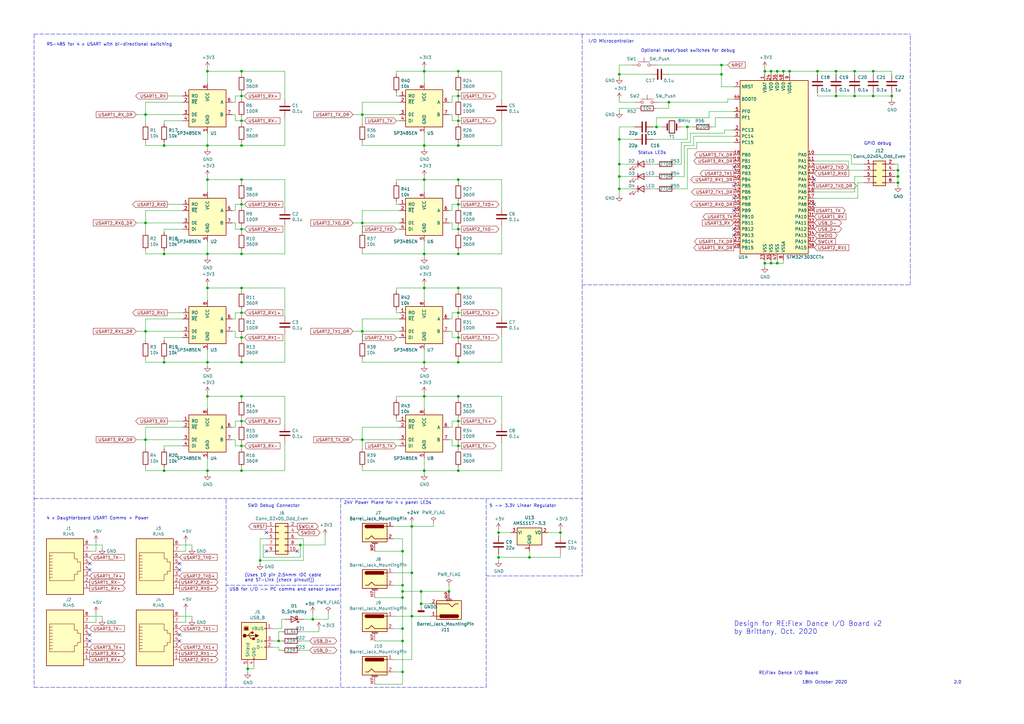
<source format=kicad_sch>
(kicad_sch (version 20211123) (generator eeschema)
  (paper "A3")
  (junction (at 99.06 49.53))
  (junction (at 99.06 93.98))
  (junction (at 254 67.31))
  (junction (at 350.52 39.37))
  (junction (at 254 72.39))
  (junction (at 165.1 226.06))
  (junction (at 99.06 172.72))
  (junction (at 184.15 242.57))
  (junction (at 318.77 107.95))
  (junction (at 368.3 69.85))
  (junction (at 365.76 39.37))
  (junction (at 368.3 72.39))
  (junction (at 173.99 162.56))
  (junction (at 67.31 59.69))
  (junction (at 274.32 41.91))
  (junction (at 368.3 74.93))
  (junction (at 204.47 218.44))
  (junction (at 187.96 49.53))
  (junction (at 173.99 104.14))
  (junction (at 172.72 247.65))
  (junction (at 99.06 59.69))
  (junction (at 173.99 193.04))
  (junction (at 187.96 29.21))
  (junction (at 173.99 29.21))
  (junction (at 59.69 135.89))
  (junction (at 114.3 262.89))
  (junction (at 187.96 73.66))
  (junction (at 187.96 39.37))
  (junction (at 173.99 59.69))
  (junction (at 358.14 39.37))
  (junction (at 187.96 172.72))
  (junction (at 148.59 135.89))
  (junction (at 99.06 128.27))
  (junction (at 295.91 30.48))
  (junction (at 295.91 26.67))
  (junction (at 99.06 138.43))
  (junction (at 187.96 182.88))
  (junction (at 101.6 274.32))
  (junction (at 99.06 29.21))
  (junction (at 313.69 29.21))
  (junction (at 187.96 128.27))
  (junction (at 335.28 29.21))
  (junction (at 168.91 215.9))
  (junction (at 187.96 104.14))
  (junction (at 165.1 245.11))
  (junction (at 99.06 148.59))
  (junction (at 217.17 228.6))
  (junction (at 165.1 240.03))
  (junction (at 229.87 218.44))
  (junction (at 187.96 93.98))
  (junction (at 187.96 138.43))
  (junction (at 67.31 193.04))
  (junction (at 173.99 118.11))
  (junction (at 99.06 104.14))
  (junction (at 165.1 262.89))
  (junction (at 358.14 29.21))
  (junction (at 67.31 148.59))
  (junction (at 321.31 29.21))
  (junction (at 342.9 39.37))
  (junction (at 187.96 148.59))
  (junction (at 187.96 83.82))
  (junction (at 85.09 59.69))
  (junction (at 187.96 193.04))
  (junction (at 106.68 229.87))
  (junction (at 281.94 52.07))
  (junction (at 165.1 275.59))
  (junction (at 85.09 162.56))
  (junction (at 123.19 223.52))
  (junction (at 148.59 46.99))
  (junction (at 85.09 193.04))
  (junction (at 172.72 242.57))
  (junction (at 148.59 180.34))
  (junction (at 254 30.48))
  (junction (at 187.96 162.56))
  (junction (at 128.27 254))
  (junction (at 316.23 107.95))
  (junction (at 173.99 148.59))
  (junction (at 67.31 104.14))
  (junction (at 99.06 73.66))
  (junction (at 323.85 29.21))
  (junction (at 85.09 29.21))
  (junction (at 99.06 83.82))
  (junction (at 99.06 118.11))
  (junction (at 99.06 193.04))
  (junction (at 187.96 59.69))
  (junction (at 254 77.47))
  (junction (at 148.59 91.44))
  (junction (at 99.06 39.37))
  (junction (at 173.99 73.66))
  (junction (at 204.47 228.6))
  (junction (at 85.09 104.14))
  (junction (at 165.1 242.57))
  (junction (at 254 57.15))
  (junction (at 313.69 107.95))
  (junction (at 342.9 29.21))
  (junction (at 85.09 148.59))
  (junction (at 85.09 73.66))
  (junction (at 59.69 46.99))
  (junction (at 316.23 29.21))
  (junction (at 168.91 252.73))
  (junction (at 99.06 162.56))
  (junction (at 187.96 118.11))
  (junction (at 85.09 118.11))
  (junction (at 318.77 29.21))
  (junction (at 59.69 180.34))
  (junction (at 350.52 29.21))
  (junction (at 165.1 257.81))
  (junction (at 99.06 182.88))
  (junction (at 59.69 91.44))
  (junction (at 269.24 52.07))
  (junction (at 168.91 234.95))
  (no_connect (at 36.83 233.68))
  (no_connect (at 36.83 260.35))
  (no_connect (at 73.66 231.14))
  (no_connect (at 121.92 226.06))
  (no_connect (at 300.99 81.28))
  (no_connect (at 109.22 226.06))
  (no_connect (at 300.99 86.36))
  (no_connect (at 300.99 93.98))
  (no_connect (at 36.83 231.14))
  (no_connect (at 73.66 260.35))
  (no_connect (at 109.22 218.44))
  (no_connect (at 334.01 83.82))
  (no_connect (at 36.83 262.89))
  (no_connect (at 73.66 233.68))
  (no_connect (at 300.99 76.2))
  (no_connect (at 300.99 68.58))
  (no_connect (at 334.01 73.66))
  (no_connect (at 73.66 262.89))
  (no_connect (at 300.99 96.52))
  (wire (pts (xy 101.6 274.32) (xy 104.14 274.32)))
  (wire (pts (xy 185.42 39.37) (xy 187.96 39.37)))
  (wire (pts (xy 187.96 83.82) (xy 187.96 82.55)))
  (wire (pts (xy 59.69 86.36) (xy 74.93 86.36)))
  (wire (pts (xy 148.59 91.44) (xy 148.59 86.36)))
  (wire (pts (xy 162.56 73.66) (xy 173.99 73.66)))
  (wire (pts (xy 67.31 193.04) (xy 67.31 191.77)))
  (wire (pts (xy 347.98 66.04) (xy 347.98 69.85)))
  (wire (pts (xy 185.42 135.89) (xy 185.42 138.43)))
  (wire (pts (xy 205.74 118.11) (xy 205.74 129.54)))
  (wire (pts (xy 274.32 41.91) (xy 298.45 41.91)))
  (wire (pts (xy 269.24 52.07) (xy 269.24 48.26)))
  (wire (pts (xy 318.77 107.95) (xy 318.77 106.68)))
  (wire (pts (xy 165.1 262.89) (xy 165.1 275.59)))
  (wire (pts (xy 116.84 118.11) (xy 116.84 129.54)))
  (wire (pts (xy 365.76 39.37) (xy 365.76 40.64)))
  (wire (pts (xy 114.3 262.89) (xy 114.3 259.08)))
  (wire (pts (xy 274.32 44.45) (xy 274.32 41.91)))
  (wire (pts (xy 351.79 74.93) (xy 354.33 74.93)))
  (wire (pts (xy 185.42 138.43) (xy 187.96 138.43)))
  (wire (pts (xy 173.99 148.59) (xy 173.99 143.51)))
  (wire (pts (xy 161.29 234.95) (xy 168.91 234.95)))
  (wire (pts (xy 187.96 147.32) (xy 187.96 148.59)))
  (wire (pts (xy 205.74 59.69) (xy 187.96 59.69)))
  (wire (pts (xy 114.3 266.7) (xy 115.57 266.7)))
  (wire (pts (xy 85.09 123.19) (xy 85.09 118.11)))
  (wire (pts (xy 59.69 148.59) (xy 67.31 148.59)))
  (wire (pts (xy 162.56 182.88) (xy 163.83 182.88)))
  (wire (pts (xy 254 57.15) (xy 254 52.07)))
  (wire (pts (xy 67.31 182.88) (xy 74.93 182.88)))
  (wire (pts (xy 85.09 162.56) (xy 99.06 162.56)))
  (wire (pts (xy 342.9 29.21) (xy 335.28 29.21)))
  (wire (pts (xy 148.59 102.87) (xy 148.59 104.14)))
  (wire (pts (xy 161.29 270.51) (xy 168.91 270.51)))
  (wire (pts (xy 173.99 162.56) (xy 173.99 161.29)))
  (wire (pts (xy 85.09 59.69) (xy 85.09 54.61)))
  (wire (pts (xy 187.96 73.66) (xy 205.74 73.66)))
  (wire (pts (xy 144.78 135.89) (xy 148.59 135.89)))
  (wire (pts (xy 205.74 193.04) (xy 187.96 193.04)))
  (wire (pts (xy 99.06 162.56) (xy 99.06 163.83)))
  (wire (pts (xy 187.96 148.59) (xy 173.99 148.59)))
  (wire (pts (xy 85.09 29.21) (xy 99.06 29.21)))
  (wire (pts (xy 342.9 30.48) (xy 342.9 29.21)))
  (wire (pts (xy 187.96 39.37) (xy 187.96 38.1)))
  (wire (pts (xy 99.06 172.72) (xy 100.33 172.72)))
  (wire (pts (xy 259.08 67.31) (xy 254 67.31)))
  (wire (pts (xy 313.69 106.68) (xy 313.69 107.95)))
  (wire (pts (xy 59.69 104.14) (xy 67.31 104.14)))
  (wire (pts (xy 39.37 255.27) (xy 39.37 251.46)))
  (wire (pts (xy 95.25 180.34) (xy 96.52 180.34)))
  (wire (pts (xy 115.57 257.81) (xy 115.57 254)))
  (wire (pts (xy 300.99 58.42) (xy 285.75 58.42)))
  (wire (pts (xy 107.95 223.52) (xy 107.95 228.6)))
  (wire (pts (xy 109.22 220.98) (xy 106.68 220.98)))
  (wire (pts (xy 99.06 39.37) (xy 99.06 40.64)))
  (wire (pts (xy 148.59 193.04) (xy 173.99 193.04)))
  (wire (pts (xy 104.14 274.32) (xy 104.14 273.05)))
  (wire (pts (xy 165.1 245.11) (xy 165.1 257.81)))
  (wire (pts (xy 96.52 180.34) (xy 96.52 182.88)))
  (wire (pts (xy 99.06 118.11) (xy 99.06 119.38)))
  (wire (pts (xy 185.42 128.27) (xy 187.96 128.27)))
  (wire (pts (xy 284.48 59.69) (xy 280.67 59.69)))
  (wire (pts (xy 148.59 180.34) (xy 163.83 180.34)))
  (wire (pts (xy 165.1 240.03) (xy 161.29 240.03)))
  (wire (pts (xy 85.09 34.29) (xy 85.09 29.21)))
  (wire (pts (xy 205.74 148.59) (xy 187.96 148.59)))
  (wire (pts (xy 163.83 39.37) (xy 162.56 39.37)))
  (wire (pts (xy 59.69 180.34) (xy 59.69 175.26)))
  (wire (pts (xy 133.35 219.71) (xy 133.35 223.52)))
  (wire (pts (xy 99.06 138.43) (xy 100.33 138.43)))
  (wire (pts (xy 266.7 72.39) (xy 269.24 72.39)))
  (wire (pts (xy 318.77 107.95) (xy 321.31 107.95)))
  (wire (pts (xy 59.69 46.99) (xy 59.69 50.8)))
  (wire (pts (xy 99.06 138.43) (xy 99.06 139.7)))
  (wire (pts (xy 128.27 254) (xy 128.27 251.46)))
  (wire (pts (xy 96.52 182.88) (xy 99.06 182.88)))
  (wire (pts (xy 266.7 77.47) (xy 269.24 77.47)))
  (wire (pts (xy 321.31 30.48) (xy 321.31 29.21)))
  (wire (pts (xy 115.57 254) (xy 116.84 254)))
  (wire (pts (xy 173.99 148.59) (xy 173.99 149.86)))
  (wire (pts (xy 78.74 223.52) (xy 78.74 224.79)))
  (wire (pts (xy 96.52 46.99) (xy 96.52 49.53)))
  (wire (pts (xy 185.42 83.82) (xy 187.96 83.82)))
  (wire (pts (xy 99.06 193.04) (xy 85.09 193.04)))
  (polyline (pts (xy 199.39 236.22) (xy 238.76 236.22)))
  (wire (pts (xy 187.96 138.43) (xy 187.96 139.7)))
  (wire (pts (xy 279.4 52.07) (xy 281.94 52.07)))
  (wire (pts (xy 316.23 107.95) (xy 316.23 106.68)))
  (wire (pts (xy 101.6 273.05) (xy 101.6 274.32)))
  (wire (pts (xy 148.59 58.42) (xy 148.59 59.69)))
  (wire (pts (xy 187.96 162.56) (xy 187.96 163.83)))
  (wire (pts (xy 280.67 72.39) (xy 276.86 72.39)))
  (wire (pts (xy 205.74 48.26) (xy 205.74 59.69)))
  (wire (pts (xy 165.1 262.89) (xy 165.1 257.81)))
  (wire (pts (xy 148.59 147.32) (xy 148.59 148.59)))
  (wire (pts (xy 185.42 41.91) (xy 185.42 39.37)))
  (wire (pts (xy 279.4 58.42) (xy 279.4 67.31)))
  (wire (pts (xy 283.21 54.61) (xy 283.21 58.42)))
  (wire (pts (xy 162.56 29.21) (xy 173.99 29.21)))
  (wire (pts (xy 185.42 93.98) (xy 187.96 93.98)))
  (wire (pts (xy 217.17 228.6) (xy 229.87 228.6)))
  (wire (pts (xy 96.52 135.89) (xy 96.52 138.43)))
  (wire (pts (xy 99.06 147.32) (xy 99.06 148.59)))
  (wire (pts (xy 95.25 175.26) (xy 96.52 175.26)))
  (wire (pts (xy 124.46 254) (xy 128.27 254)))
  (wire (pts (xy 148.59 180.34) (xy 148.59 175.26)))
  (wire (pts (xy 300.99 55.88) (xy 284.48 55.88)))
  (wire (pts (xy 281.94 52.07) (xy 284.48 52.07)))
  (wire (pts (xy 99.06 102.87) (xy 99.06 104.14)))
  (wire (pts (xy 99.06 182.88) (xy 99.06 181.61)))
  (wire (pts (xy 59.69 46.99) (xy 74.93 46.99)))
  (wire (pts (xy 187.96 93.98) (xy 187.96 92.71)))
  (wire (pts (xy 99.06 104.14) (xy 85.09 104.14)))
  (wire (pts (xy 184.15 175.26) (xy 185.42 175.26)))
  (wire (pts (xy 59.69 135.89) (xy 59.69 130.81)))
  (wire (pts (xy 254 30.48) (xy 254 31.75)))
  (wire (pts (xy 349.25 67.31) (xy 354.33 67.31)))
  (wire (pts (xy 99.06 128.27) (xy 99.06 127)))
  (wire (pts (xy 116.84 73.66) (xy 116.84 85.09)))
  (wire (pts (xy 148.59 130.81) (xy 163.83 130.81)))
  (wire (pts (xy 358.14 29.21) (xy 350.52 29.21)))
  (wire (pts (xy 99.06 93.98) (xy 99.06 95.25)))
  (wire (pts (xy 313.69 107.95) (xy 316.23 107.95)))
  (wire (pts (xy 96.52 41.91) (xy 96.52 39.37)))
  (wire (pts (xy 172.72 242.57) (xy 165.1 242.57)))
  (wire (pts (xy 295.91 35.56) (xy 300.99 35.56)))
  (wire (pts (xy 185.42 130.81) (xy 185.42 128.27)))
  (wire (pts (xy 204.47 218.44) (xy 204.47 217.17)))
  (wire (pts (xy 67.31 139.7) (xy 67.31 138.43)))
  (wire (pts (xy 173.99 118.11) (xy 173.99 116.84)))
  (wire (pts (xy 187.96 73.66) (xy 187.96 74.93)))
  (wire (pts (xy 162.56 138.43) (xy 163.83 138.43)))
  (wire (pts (xy 101.6 275.59) (xy 101.6 274.32)))
  (wire (pts (xy 111.76 265.43) (xy 114.3 265.43)))
  (wire (pts (xy 254 67.31) (xy 254 72.39)))
  (wire (pts (xy 165.1 220.98) (xy 161.29 220.98)))
  (wire (pts (xy 187.96 83.82) (xy 189.23 83.82)))
  (wire (pts (xy 173.99 193.04) (xy 173.99 194.31)))
  (wire (pts (xy 148.59 135.89) (xy 148.59 139.7)))
  (polyline (pts (xy 199.39 281.94) (xy 199.39 204.47)))
  (wire (pts (xy 67.31 104.14) (xy 67.31 102.87)))
  (wire (pts (xy 165.1 245.11) (xy 165.1 242.57)))
  (wire (pts (xy 162.56 30.48) (xy 162.56 29.21)))
  (wire (pts (xy 162.56 118.11) (xy 173.99 118.11)))
  (wire (pts (xy 367.03 67.31) (xy 368.3 67.31)))
  (wire (pts (xy 185.42 180.34) (xy 185.42 182.88)))
  (wire (pts (xy 323.85 29.21) (xy 323.85 30.48)))
  (wire (pts (xy 99.06 182.88) (xy 100.33 182.88)))
  (wire (pts (xy 184.15 242.57) (xy 172.72 242.57)))
  (wire (pts (xy 130.81 259.08) (xy 130.81 257.81)))
  (wire (pts (xy 85.09 104.14) (xy 85.09 105.41)))
  (wire (pts (xy 313.69 30.48) (xy 313.69 29.21)))
  (wire (pts (xy 162.56 83.82) (xy 163.83 83.82)))
  (wire (pts (xy 335.28 30.48) (xy 335.28 29.21)))
  (wire (pts (xy 204.47 229.87) (xy 204.47 228.6)))
  (wire (pts (xy 41.91 223.52) (xy 41.91 224.79)))
  (wire (pts (xy 99.06 73.66) (xy 99.06 74.93)))
  (polyline (pts (xy 13.97 204.47) (xy 238.76 204.47)))
  (wire (pts (xy 59.69 91.44) (xy 74.93 91.44)))
  (wire (pts (xy 187.96 59.69) (xy 173.99 59.69)))
  (wire (pts (xy 280.67 59.69) (xy 280.67 72.39)))
  (wire (pts (xy 187.96 182.88) (xy 187.96 181.61)))
  (wire (pts (xy 106.68 220.98) (xy 106.68 229.87)))
  (wire (pts (xy 76.2 226.06) (xy 76.2 222.25)))
  (wire (pts (xy 173.99 118.11) (xy 187.96 118.11)))
  (wire (pts (xy 59.69 135.89) (xy 74.93 135.89)))
  (wire (pts (xy 187.96 39.37) (xy 187.96 40.64)))
  (wire (pts (xy 187.96 29.21) (xy 187.96 30.48)))
  (wire (pts (xy 165.1 226.06) (xy 165.1 240.03)))
  (wire (pts (xy 114.3 259.08) (xy 115.57 259.08)))
  (wire (pts (xy 162.56 162.56) (xy 173.99 162.56)))
  (wire (pts (xy 148.59 148.59) (xy 173.99 148.59)))
  (wire (pts (xy 95.25 91.44) (xy 96.52 91.44)))
  (wire (pts (xy 96.52 86.36) (xy 96.52 83.82)))
  (wire (pts (xy 259.08 77.47) (xy 254 77.47)))
  (wire (pts (xy 99.06 182.88) (xy 99.06 184.15)))
  (wire (pts (xy 41.91 252.73) (xy 41.91 254)))
  (wire (pts (xy 269.24 26.67) (xy 295.91 26.67)))
  (polyline (pts (xy 139.7 240.03) (xy 92.71 240.03)))
  (wire (pts (xy 187.96 162.56) (xy 205.74 162.56)))
  (wire (pts (xy 217.17 228.6) (xy 217.17 226.06)))
  (wire (pts (xy 68.58 39.37) (xy 74.93 39.37)))
  (wire (pts (xy 187.96 138.43) (xy 189.23 138.43)))
  (wire (pts (xy 99.06 172.72) (xy 99.06 173.99)))
  (wire (pts (xy 99.06 83.82) (xy 100.33 83.82)))
  (wire (pts (xy 59.69 191.77) (xy 59.69 193.04)))
  (wire (pts (xy 106.68 231.14) (xy 106.68 229.87)))
  (wire (pts (xy 96.52 128.27) (xy 99.06 128.27)))
  (wire (pts (xy 168.91 252.73) (xy 168.91 234.95)))
  (wire (pts (xy 116.84 48.26) (xy 116.84 59.69)))
  (wire (pts (xy 128.27 254) (xy 134.62 254)))
  (wire (pts (xy 316.23 107.95) (xy 318.77 107.95)))
  (wire (pts (xy 313.69 109.22) (xy 313.69 107.95)))
  (wire (pts (xy 173.99 104.14) (xy 173.99 99.06)))
  (wire (pts (xy 184.15 242.57) (xy 184.15 240.03)))
  (wire (pts (xy 350.52 78.74) (xy 350.52 72.39)))
  (wire (pts (xy 148.59 46.99) (xy 148.59 50.8)))
  (wire (pts (xy 59.69 180.34) (xy 74.93 180.34)))
  (wire (pts (xy 67.31 184.15) (xy 67.31 182.88)))
  (wire (pts (xy 184.15 46.99) (xy 185.42 46.99)))
  (wire (pts (xy 116.84 29.21) (xy 116.84 40.64)))
  (wire (pts (xy 224.79 218.44) (xy 229.87 218.44)))
  (wire (pts (xy 95.25 130.81) (xy 96.52 130.81)))
  (wire (pts (xy 368.3 72.39) (xy 368.3 74.93)))
  (wire (pts (xy 173.99 59.69) (xy 173.99 60.96)))
  (wire (pts (xy 205.74 181.61) (xy 205.74 193.04)))
  (wire (pts (xy 283.21 54.61) (xy 297.18 54.61)))
  (wire (pts (xy 184.15 41.91) (xy 185.42 41.91)))
  (wire (pts (xy 114.3 262.89) (xy 115.57 262.89)))
  (wire (pts (xy 162.56 119.38) (xy 162.56 118.11)))
  (wire (pts (xy 187.96 128.27) (xy 187.96 129.54)))
  (wire (pts (xy 116.84 148.59) (xy 99.06 148.59)))
  (wire (pts (xy 96.52 130.81) (xy 96.52 128.27)))
  (wire (pts (xy 350.52 72.39) (xy 354.33 72.39)))
  (wire (pts (xy 205.74 92.71) (xy 205.74 104.14)))
  (wire (pts (xy 162.56 128.27) (xy 162.56 127)))
  (wire (pts (xy 153.67 262.89) (xy 165.1 262.89)))
  (wire (pts (xy 96.52 138.43) (xy 99.06 138.43)))
  (wire (pts (xy 73.66 255.27) (xy 76.2 255.27)))
  (wire (pts (xy 187.96 182.88) (xy 189.23 182.88)))
  (wire (pts (xy 123.19 223.52) (xy 133.35 223.52)))
  (wire (pts (xy 367.03 69.85) (xy 368.3 69.85)))
  (wire (pts (xy 368.3 69.85) (xy 368.3 72.39)))
  (wire (pts (xy 59.69 46.99) (xy 59.69 41.91)))
  (wire (pts (xy 290.83 45.72) (xy 300.99 45.72)))
  (wire (pts (xy 269.24 52.07) (xy 271.78 52.07)))
  (wire (pts (xy 318.77 29.21) (xy 321.31 29.21)))
  (wire (pts (xy 176.53 247.65) (xy 172.72 247.65)))
  (wire (pts (xy 59.69 91.44) (xy 59.69 86.36)))
  (wire (pts (xy 349.25 63.5) (xy 349.25 67.31)))
  (wire (pts (xy 95.25 86.36) (xy 96.52 86.36)))
  (wire (pts (xy 185.42 91.44) (xy 185.42 93.98)))
  (wire (pts (xy 173.99 162.56) (xy 187.96 162.56)))
  (wire (pts (xy 59.69 135.89) (xy 59.69 139.7)))
  (wire (pts (xy 316.23 30.48) (xy 316.23 29.21)))
  (wire (pts (xy 187.96 182.88) (xy 187.96 184.15)))
  (wire (pts (xy 67.31 93.98) (xy 74.93 93.98)))
  (wire (pts (xy 173.99 73.66) (xy 187.96 73.66)))
  (wire (pts (xy 168.91 270.51) (xy 168.91 252.73)))
  (wire (pts (xy 99.06 138.43) (xy 99.06 137.16)))
  (wire (pts (xy 285.75 60.96) (xy 281.94 60.96)))
  (wire (pts (xy 321.31 29.21) (xy 323.85 29.21)))
  (wire (pts (xy 148.59 46.99) (xy 163.83 46.99)))
  (wire (pts (xy 153.67 245.11) (xy 165.1 245.11)))
  (wire (pts (xy 187.96 172.72) (xy 189.23 172.72)))
  (wire (pts (xy 187.96 39.37) (xy 189.23 39.37)))
  (wire (pts (xy 165.1 257.81) (xy 161.29 257.81)))
  (wire (pts (xy 173.99 78.74) (xy 173.99 73.66)))
  (wire (pts (xy 254 45.72) (xy 254 44.45)))
  (wire (pts (xy 187.96 118.11) (xy 205.74 118.11)))
  (wire (pts (xy 59.69 91.44) (xy 59.69 95.25)))
  (wire (pts (xy 59.69 193.04) (xy 67.31 193.04)))
  (wire (pts (xy 99.06 49.53) (xy 100.33 49.53)))
  (wire (pts (xy 350.52 39.37) (xy 358.14 39.37)))
  (wire (pts (xy 267.97 57.15) (xy 281.94 57.15)))
  (wire (pts (xy 269.24 44.45) (xy 274.32 44.45)))
  (wire (pts (xy 254 26.67) (xy 259.08 26.67)))
  (wire (pts (xy 298.45 41.91) (xy 298.45 40.64)))
  (wire (pts (xy 67.31 50.8) (xy 67.31 49.53)))
  (wire (pts (xy 173.99 167.64) (xy 173.99 162.56)))
  (wire (pts (xy 229.87 218.44) (xy 229.87 217.17)))
  (wire (pts (xy 148.59 41.91) (xy 163.83 41.91)))
  (wire (pts (xy 285.75 58.42) (xy 285.75 60.96)))
  (wire (pts (xy 316.23 29.21) (xy 318.77 29.21)))
  (wire (pts (xy 254 41.91) (xy 260.35 41.91)))
  (wire (pts (xy 148.59 135.89) (xy 163.83 135.89)))
  (wire (pts (xy 172.72 248.92) (xy 172.72 247.65)))
  (wire (pts (xy 124.46 229.87) (xy 124.46 220.98)))
  (wire (pts (xy 365.76 29.21) (xy 358.14 29.21)))
  (wire (pts (xy 295.91 26.67) (xy 295.91 30.48)))
  (wire (pts (xy 350.52 38.1) (xy 350.52 39.37)))
  (wire (pts (xy 96.52 91.44) (xy 96.52 93.98)))
  (wire (pts (xy 99.06 58.42) (xy 99.06 59.69)))
  (wire (pts (xy 85.09 118.11) (xy 99.06 118.11)))
  (wire (pts (xy 274.32 30.48) (xy 295.91 30.48)))
  (wire (pts (xy 334.01 81.28) (xy 351.79 81.28)))
  (wire (pts (xy 187.96 58.42) (xy 187.96 59.69)))
  (wire (pts (xy 187.96 102.87) (xy 187.96 104.14)))
  (wire (pts (xy 187.96 172.72) (xy 187.96 171.45)))
  (wire (pts (xy 335.28 38.1) (xy 335.28 39.37)))
  (wire (pts (xy 55.88 135.89) (xy 59.69 135.89)))
  (wire (pts (xy 205.74 162.56) (xy 205.74 173.99)))
  (wire (pts (xy 55.88 46.99) (xy 59.69 46.99)))
  (wire (pts (xy 368.3 67.31) (xy 368.3 69.85)))
  (wire (pts (xy 99.06 93.98) (xy 99.06 92.71)))
  (wire (pts (xy 59.69 130.81) (xy 74.93 130.81)))
  (wire (pts (xy 295.91 30.48) (xy 295.91 35.56)))
  (wire (pts (xy 187.96 83.82) (xy 187.96 85.09)))
  (wire (pts (xy 73.66 252.73) (xy 78.74 252.73)))
  (wire (pts (xy 173.99 104.14) (xy 173.99 105.41)))
  (polyline (pts (xy 13.97 13.97) (xy 373.38 13.97)))
  (wire (pts (xy 76.2 255.27) (xy 76.2 250.19)))
  (wire (pts (xy 148.59 59.69) (xy 173.99 59.69)))
  (wire (pts (xy 165.1 275.59) (xy 165.1 280.67)))
  (wire (pts (xy 184.15 86.36) (xy 185.42 86.36)))
  (wire (pts (xy 99.06 83.82) (xy 99.06 82.55)))
  (wire (pts (xy 259.08 72.39) (xy 254 72.39)))
  (wire (pts (xy 73.66 226.06) (xy 76.2 226.06)))
  (wire (pts (xy 85.09 29.21) (xy 85.09 27.94)))
  (wire (pts (xy 161.29 252.73) (xy 168.91 252.73)))
  (wire (pts (xy 173.99 29.21) (xy 187.96 29.21)))
  (wire (pts (xy 148.59 104.14) (xy 173.99 104.14)))
  (wire (pts (xy 254 72.39) (xy 254 77.47)))
  (wire (pts (xy 229.87 218.44) (xy 229.87 219.71)))
  (wire (pts (xy 59.69 147.32) (xy 59.69 148.59)))
  (wire (pts (xy 187.96 29.21) (xy 205.74 29.21)))
  (wire (pts (xy 85.09 59.69) (xy 85.09 60.96)))
  (wire (pts (xy 173.99 29.21) (xy 173.99 27.94)))
  (wire (pts (xy 59.69 58.42) (xy 59.69 59.69)))
  (wire (pts (xy 85.09 162.56) (xy 85.09 161.29)))
  (wire (pts (xy 55.88 91.44) (xy 59.69 91.44)))
  (wire (pts (xy 162.56 172.72) (xy 162.56 171.45)))
  (wire (pts (xy 134.62 254) (xy 134.62 251.46)))
  (wire (pts (xy 168.91 234.95) (xy 168.91 215.9)))
  (wire (pts (xy 321.31 107.95) (xy 321.31 106.68)))
  (wire (pts (xy 36.83 252.73) (xy 41.91 252.73)))
  (wire (pts (xy 116.84 92.71) (xy 116.84 104.14)))
  (wire (pts (xy 295.91 26.67) (xy 298.45 26.67)))
  (wire (pts (xy 161.29 275.59) (xy 165.1 275.59)))
  (wire (pts (xy 95.25 135.89) (xy 96.52 135.89)))
  (wire (pts (xy 204.47 228.6) (xy 217.17 228.6)))
  (wire (pts (xy 96.52 49.53) (xy 99.06 49.53)))
  (wire (pts (xy 204.47 227.33) (xy 204.47 228.6)))
  (wire (pts (xy 205.74 29.21) (xy 205.74 40.64)))
  (wire (pts (xy 55.88 180.34) (xy 59.69 180.34)))
  (wire (pts (xy 187.96 49.53) (xy 187.96 48.26)))
  (wire (pts (xy 297.18 53.34) (xy 297.18 54.61)))
  (wire (pts (xy 67.31 59.69) (xy 67.31 58.42)))
  (wire (pts (xy 148.59 91.44) (xy 148.59 95.25)))
  (wire (pts (xy 351.79 81.28) (xy 351.79 74.93)))
  (wire (pts (xy 99.06 29.21) (xy 116.84 29.21)))
  (wire (pts (xy 99.06 93.98) (xy 100.33 93.98)))
  (wire (pts (xy 298.45 40.64) (xy 300.99 40.64)))
  (wire (pts (xy 85.09 104.14) (xy 67.31 104.14)))
  (polyline (pts (xy 238.76 13.97) (xy 238.76 236.22)))
  (wire (pts (xy 36.83 255.27) (xy 39.37 255.27)))
  (wire (pts (xy 334.01 78.74) (xy 350.52 78.74)))
  (wire (pts (xy 67.31 49.53) (xy 74.93 49.53)))
  (wire (pts (xy 96.52 39.37) (xy 99.06 39.37)))
  (wire (pts (xy 187.96 49.53) (xy 187.96 50.8)))
  (polyline (pts (xy 139.7 204.47) (xy 139.7 281.94)))
  (wire (pts (xy 85.09 104.14) (xy 85.09 99.06)))
  (wire (pts (xy 205.74 73.66) (xy 205.74 85.09)))
  (wire (pts (xy 290.83 48.26) (xy 290.83 45.72)))
  (wire (pts (xy 59.69 59.69) (xy 67.31 59.69)))
  (wire (pts (xy 162.56 83.82) (xy 162.56 82.55)))
  (wire (pts (xy 85.09 73.66) (xy 99.06 73.66)))
  (wire (pts (xy 281.94 60.96) (xy 281.94 77.47)))
  (wire (pts (xy 114.3 265.43) (xy 114.3 266.7)))
  (wire (pts (xy 323.85 29.21) (xy 335.28 29.21)))
  (wire (pts (xy 168.91 215.9) (xy 177.8 215.9)))
  (wire (pts (xy 123.19 259.08) (xy 130.81 259.08)))
  (wire (pts (xy 254 40.64) (xy 254 41.91)))
  (wire (pts (xy 335.28 39.37) (xy 342.9 39.37)))
  (wire (pts (xy 334.01 63.5) (xy 349.25 63.5)))
  (wire (pts (xy 358.14 38.1) (xy 358.14 39.37)))
  (polyline (pts (xy 13.97 13.97) (xy 13.97 281.94)))
  (wire (pts (xy 318.77 30.48) (xy 318.77 29.21)))
  (wire (pts (xy 99.06 172.72) (xy 99.06 171.45)))
  (wire (pts (xy 205.74 104.14) (xy 187.96 104.14)))
  (wire (pts (xy 184.15 91.44) (xy 185.42 91.44)))
  (wire (pts (xy 85.09 148.59) (xy 85.09 143.51)))
  (wire (pts (xy 173.99 193.04) (xy 173.99 187.96)))
  (wire (pts (xy 284.48 55.88) (xy 284.48 59.69)))
  (wire (pts (xy 68.58 172.72) (xy 74.93 172.72)))
  (wire (pts (xy 229.87 228.6) (xy 229.87 227.33)))
  (wire (pts (xy 187.96 118.11) (xy 187.96 119.38)))
  (polyline (pts (xy 92.71 281.94) (xy 92.71 204.47)))
  (wire (pts (xy 334.01 66.04) (xy 347.98 66.04)))
  (wire (pts (xy 68.58 128.27) (xy 74.93 128.27)))
  (wire (pts (xy 67.31 95.25) (xy 67.31 93.98)))
  (wire (pts (xy 39.37 226.06) (xy 39.37 222.25)))
  (wire (pts (xy 67.31 148.59) (xy 67.31 147.32)))
  (wire (pts (xy 95.25 46.99) (xy 96.52 46.99)))
  (wire (pts (xy 59.69 175.26) (xy 74.93 175.26)))
  (wire (pts (xy 99.06 49.53) (xy 99.06 48.26)))
  (wire (pts (xy 99.06 73.66) (xy 116.84 73.66)))
  (polyline (pts (xy 373.38 116.84) (xy 373.38 13.97)))
  (wire (pts (xy 187.96 138.43) (xy 187.96 137.16)))
  (wire (pts (xy 176.53 252.73) (xy 168.91 252.73)))
  (wire (pts (xy 368.3 76.2) (xy 368.3 74.93)))
  (wire (pts (xy 185.42 86.36) (xy 185.42 83.82)))
  (wire (pts (xy 187.96 128.27) (xy 189.23 128.27)))
  (wire (pts (xy 99.06 59.69) (xy 85.09 59.69)))
  (wire (pts (xy 187.96 193.04) (xy 173.99 193.04)))
  (wire (pts (xy 173.99 34.29) (xy 173.99 29.21)))
  (wire (pts (xy 281.94 57.15) (xy 281.94 52.07)))
  (wire (pts (xy 85.09 193.04) (xy 85.09 187.96)))
  (wire (pts (xy 162.56 49.53) (xy 163.83 49.53)))
  (wire (pts (xy 116.84 104.14) (xy 99.06 104.14)))
  (wire (pts (xy 85.09 148.59) (xy 67.31 148.59)))
  (wire (pts (xy 99.06 49.53) (xy 99.06 50.8)))
  (wire (pts (xy 293.37 48.26) (xy 300.99 48.26)))
  (wire (pts (xy 123.19 262.89) (xy 127 262.89)))
  (wire (pts (xy 99.06 118.11) (xy 116.84 118.11)))
  (wire (pts (xy 187.96 93.98) (xy 187.96 95.25)))
  (wire (pts (xy 59.69 41.91) (xy 74.93 41.91)))
  (polyline (pts (xy 238.76 116.84) (xy 373.38 116.84)))
  (wire (pts (xy 184.15 135.89) (xy 185.42 135.89)))
  (wire (pts (xy 85.09 193.04) (xy 67.31 193.04)))
  (wire (pts (xy 204.47 219.71) (xy 204.47 218.44)))
  (wire (pts (xy 99.06 191.77) (xy 99.06 193.04)))
  (wire (pts (xy 254 57.15) (xy 260.35 57.15)))
  (wire (pts (xy 107.95 228.6) (xy 123.19 228.6)))
  (wire (pts (xy 266.7 67.31) (xy 269.24 67.31)))
  (wire (pts (xy 111.76 262.89) (xy 114.3 262.89)))
  (wire (pts (xy 99.06 83.82) (xy 99.06 85.09)))
  (wire (pts (xy 36.83 226.06) (xy 39.37 226.06)))
  (wire (pts (xy 358.14 30.48) (xy 358.14 29.21)))
  (wire (pts (xy 163.83 128.27) (xy 162.56 128.27)))
  (wire (pts (xy 313.69 29.21) (xy 316.23 29.21)))
  (wire (pts (xy 173.99 59.69) (xy 173.99 54.61)))
  (wire (pts (xy 163.83 172.72) (xy 162.56 172.72)))
  (wire (pts (xy 269.24 48.26) (xy 290.83 48.26)))
  (wire (pts (xy 267.97 52.07) (xy 269.24 52.07)))
  (wire (pts (xy 173.99 123.19) (xy 173.99 118.11)))
  (wire (pts (xy 367.03 72.39) (xy 368.3 72.39)))
  (wire (pts (xy 184.15 130.81) (xy 185.42 130.81)))
  (wire (pts (xy 96.52 175.26) (xy 96.52 172.72)))
  (wire (pts (xy 161.29 215.9) (xy 168.91 215.9)))
  (wire (pts (xy 148.59 180.34) (xy 148.59 184.15)))
  (wire (pts (xy 148.59 86.36) (xy 163.83 86.36)))
  (wire (pts (xy 96.52 83.82) (xy 99.06 83.82)))
  (wire (pts (xy 184.15 180.34) (xy 185.42 180.34)))
  (wire (pts (xy 123.19 223.52) (xy 121.92 223.52)))
  (wire (pts (xy 313.69 29.21) (xy 313.69 27.94)))
  (wire (pts (xy 109.22 223.52) (xy 107.95 223.52)))
  (wire (pts (xy 99.06 128.27) (xy 100.33 128.27)))
  (wire (pts (xy 165.1 226.06) (xy 165.1 220.98)))
  (wire (pts (xy 99.06 128.27) (xy 99.06 129.54)))
  (wire (pts (xy 165.1 242.57) (xy 165.1 240.03)))
  (wire (pts (xy 274.32 41.91) (xy 270.51 41.91)))
  (wire (pts (xy 185.42 46.99) (xy 185.42 49.53)))
  (wire (pts (xy 279.4 67.31) (xy 276.86 67.31)))
  (wire (pts (xy 148.59 91.44) (xy 163.83 91.44)))
  (wire (pts (xy 36.83 223.52) (xy 41.91 223.52)))
  (wire (pts (xy 99.06 162.56) (xy 116.84 162.56)))
  (wire (pts (xy 347.98 69.85) (xy 354.33 69.85)))
  (wire (pts (xy 281.94 77.47) (xy 276.86 77.47)))
  (wire (pts (xy 116.84 181.61) (xy 116.84 193.04)))
  (wire (pts (xy 162.56 163.83) (xy 162.56 162.56)))
  (wire (pts (xy 185.42 182.88) (xy 187.96 182.88)))
  (wire (pts (xy 283.21 58.42) (xy 279.4 58.42)))
  (wire (pts (xy 365.76 30.48) (xy 365.76 29.21)))
  (wire (pts (xy 165.1 280.67) (xy 153.67 280.67)))
  (wire (pts (xy 148.59 135.89) (xy 148.59 130.81)))
  (wire (pts (xy 254 77.47) (xy 254 80.01)))
  (wire (pts (xy 187.96 93.98) (xy 189.23 93.98)))
  (wire (pts (xy 78.74 252.73) (xy 78.74 254)))
  (wire (pts (xy 85.09 59.69) (xy 67.31 59.69)))
  (wire (pts (xy 162.56 39.37) (xy 162.56 38.1)))
  (wire (pts (xy 111.76 257.81) (xy 115.57 257.81)))
  (wire (pts (xy 185.42 49.53) (xy 187.96 49.53)))
  (wire (pts (xy 144.78 91.44) (xy 148.59 91.44)))
  (wire (pts (xy 85.09 148.59) (xy 85.09 149.86)))
  (wire (pts (xy 148.59 191.77) (xy 148.59 193.04)))
  (wire (pts (xy 99.06 148.59) (xy 85.09 148.59)))
  (wire (pts (xy 185.42 172.72) (xy 187.96 172.72)))
  (wire (pts (xy 254 52.07) (xy 260.35 52.07)))
  (wire (pts (xy 73.66 223.52) (xy 78.74 223.52)))
  (wire (pts (xy 173.99 73.66) (xy 173.99 72.39)))
  (wire (pts (xy 368.3 74.93) (xy 367.03 74.93)))
  (wire (pts (xy 187.96 104.14) (xy 173.99 104.14)))
  (wire (pts (xy 144.78 46.99) (xy 148.59 46.99)))
  (wire (pts (xy 123.19 228.6) (xy 123.19 223.52)))
  (wire (pts (xy 293.37 52.07) (xy 293.37 48.26)))
  (wire (pts (xy 187.96 172.72) (xy 187.96 173.99)))
  (wire (pts (xy 185.42 175.26) (xy 185.42 172.72)))
  (wire (pts (xy 106.68 229.87) (xy 124.46 229.87)))
  (wire (pts (xy 99.06 29.21) (xy 99.06 30.48)))
  (wire (pts (xy 95.25 41.91) (xy 96.52 41.91)))
  (wire (pts (xy 85.09 118.11) (xy 85.09 116.84)))
  (wire (pts (xy 123.19 266.7) (xy 127 266.7)))
  (wire (pts (xy 99.06 39.37) (xy 100.33 39.37)))
  (wire (pts (xy 292.1 52.07) (xy 293.37 52.07)))
  (wire (pts (xy 96.52 93.98) (xy 99.06 93.98)))
  (wire (pts (xy 116.84 59.69) (xy 99.06 59.69)))
  (wire (pts (xy 187.96 49.53) (xy 189.23 49.53)))
  (wire (pts (xy 254 57.15) (xy 254 67.31)))
  (wire (pts (xy 148.59 175.26) (xy 163.83 175.26)))
  (wire (pts (xy 168.91 215.9) (xy 168.91 214.63)))
  (wire (pts (xy 342.9 39.37) (xy 342.9 38.1)))
  (wire (pts (xy 204.47 218.44) (xy 209.55 218.44)))
  (wire (pts (xy 187.96 191.77) (xy 187.96 193.04)))
  (wire (pts (xy 85.09 167.64) (xy 85.09 162.56)))
  (wire (pts (xy 116.84 162.56) (xy 116.84 173.99)))
  (wire (pts (xy 96.52 172.72) (xy 99.06 172.72)))
  (polyline (pts (xy 13.97 281.94) (xy 199.39 281.94)))
  (wire (pts (xy 254 44.45) (xy 261.62 44.45)))
  (wire (pts (xy 85.09 193.04) (xy 85.09 194.31)))
  (wire (pts (xy 254 30.48) (xy 254 26.67)))
  (wire (pts (xy 116.84 137.16) (xy 116.84 148.59)))
  (wire (pts (xy 177.8 215.9) (xy 177.8 214.63)))
  (wire (pts (xy 116.84 193.04) (xy 99.06 193.04)))
  (wire (pts (xy 187.96 128.27) (xy 187.96 127)))
  (wire (pts (xy 144.78 180.34) (xy 148.59 180.34)))
  (wire (pts (xy 85.09 78.74) (xy 85.09 73.66)))
  (wire (pts (xy 59.69 102.87) (xy 59.69 104.14)))
  (wire (pts (xy 365.76 38.1) (xy 365.76 39.37)))
  (wire (pts (xy 162.56 93.98) (xy 163.83 93.98)))
  (wire (pts (xy 99.06 39.37) (xy 99.06 38.1)))
  (wire (pts (xy 172.72 242.57) (xy 172.72 247.65)))
  (wire (pts (xy 300.99 53.34) (xy 297.18 53.34)))
  (wire (pts (xy 358.14 39.37) (xy 365.76 39.37)))
  (wire (pts (xy 85.09 73.66) (xy 85.09 72.39)))
  (wire (pts (xy 68.58 83.82) (xy 74.93 83.82)))
  (wire (pts (xy 342.9 39.37) (xy 350.52 39.37)))
  (wire (pts (xy 59.69 180.34) (xy 59.69 184.15)))
  (wire (pts (xy 153.67 226.06) (xy 165.1 226.06)))
  (wire (pts (xy 350.52 30.48) (xy 350.52 29.21)))
  (wire (pts (xy 67.31 138.43) (xy 74.93 138.43)))
  (wire (pts (xy 124.46 220.98) (xy 121.92 220.98)))
  (wire (pts (xy 205.74 137.16) (xy 205.74 148.59)))
  (wire (pts (xy 162.56 74.93) (xy 162.56 73.66)))
  (wire (pts (xy 350.52 29.21) (xy 342.9 29.21)))
  (wire (pts (xy 254 30.48) (xy 266.7 30.48)))
  (wire (pts (xy 148.59 46.99) (xy 148.59 41.91)))
  (text "GPIO debug" (at 354.33 59.69 0) (effects (font (size 1.27 1.27)) (justify left bottom)))
  (text "Design for RE:Flex Dance I/O Board v2\nby Brittany, Oct. 2020" (at 300.99 260.35 0) (effects (font (size 2.0066 2.0066)) (justify left bottom)))
  (text "24V Power Plane for 4 x panel LEDs" (at 140.97 207.01 0) (effects (font (size 1.27 1.27)) (justify left bottom)))
  (text "4 x Daughterboard USART Comms + Power" (at 19.05 213.36 0) (effects (font (size 1.27 1.27)) (justify left bottom)))
  (text "RS-485 for 4 x USART with bi-directional switching" (at 19.05 19.05 0) (effects (font (size 1.27 1.27)) (justify left bottom)))
  (text "5 -> 3.3V Linear Regulator" (at 200.66 208.28 0) (effects (font (size 1.27 1.27)) (justify left bottom)))
  (text "2.0" (at 391.16 280.67 0) (effects (font (size 1.27 1.27)) (justify left bottom)))
  (text "(Uses 10 pin 2.54mm IDC cable\nand ST-Link [check pinout!])" (at 100.33 238.76 0) (effects (font (size 1.27 1.27)) (justify left bottom)))
  (text "RE:Flex Dance I/O Board" (at 311.15 276.86 0) (effects (font (size 1.27 1.27)) (justify left bottom)))
  (text "Status LEDs" (at 261.62 63.5 0) (effects (font (size 1.27 1.27)) (justify left bottom)))
  (text "SWD Debug Connector" (at 101.6 208.28 0) (effects (font (size 1.27 1.27)) (justify left bottom)))
  (text "I/O Microcontroller" (at 241.3 17.78 0) (effects (font (size 1.27 1.27)) (justify left bottom)))
  (text "Optional reset/boot switches for debug" (at 262.89 21.59 0) (effects (font (size 1.27 1.27)) (justify left bottom)))
  (text "18th October 2020" (at 328.93 280.67 0) (effects (font (size 1.27 1.27)) (justify left bottom)))
  (text "USB for I/O -> PC comms and sensor power" (at 93.98 242.57 0) (effects (font (size 1.27 1.27)) (justify left bottom)))
  (global_label "USART2_RX0-" (shape input) (at 100.33 93.98 0) (property "Intersheet References" "${INTERSHEET_REFS}" (effects hide)))
  (global_label "USART1_RX_DR" (shape input) (at 55.88 46.99 180) (property "Intersheet References" "${INTERSHEET_REFS}" (effects hide)))
  (global_label "USART1_RX-" (shape output) (at 36.83 238.76 0) (property "Intersheet References" "${INTERSHEET_REFS}" (effects hide)))
  (global_label "USART1_TX-" (shape output) (at 189.23 49.53 0) (property "Intersheet References" "${INTERSHEET_REFS}" (effects hide)))
  (global_label "SWDIO" (shape bidirectional) (at 334.01 96.52 0) (property "Intersheet References" "${INTERSHEET_REFS}" (effects hide)))
  (global_label "USART2_RX1_DR" (shape input) (at 55.88 135.89 180) (property "Intersheet References" "${INTERSHEET_REFS}" (effects hide)))
  (global_label "USART3_RX_DR" (shape output) (at 300.99 66.04 180) (property "Intersheet References" "${INTERSHEET_REFS}" (effects hide)))
  (global_label "USART1_RX+" (shape output) (at 36.83 241.3 0) (property "Intersheet References" "${INTERSHEET_REFS}" (effects hide)))
  (global_label "USART3_RX" (shape output) (at 68.58 172.72 180) (property "Intersheet References" "${INTERSHEET_REFS}" (effects hide)))
  (global_label "USART2_RX1+" (shape output) (at 73.66 270.51 0) (property "Intersheet References" "${INTERSHEET_REFS}" (effects hide)))
  (global_label "USART3_TX+" (shape output) (at 189.23 172.72 0) (property "Intersheet References" "${INTERSHEET_REFS}" (effects hide)))
  (global_label "USART2_RX1-" (shape output) (at 73.66 267.97 0) (property "Intersheet References" "${INTERSHEET_REFS}" (effects hide)))
  (global_label "USART2_TX0-" (shape output) (at 189.23 93.98 0) (property "Intersheet References" "${INTERSHEET_REFS}" (effects hide)))
  (global_label "USART2_TX1" (shape input) (at 162.56 138.43 180) (property "Intersheet References" "${INTERSHEET_REFS}" (effects hide)))
  (global_label "USART2_RX1+" (shape input) (at 100.33 128.27 0) (property "Intersheet References" "${INTERSHEET_REFS}" (effects hide)))
  (global_label "USART1_TX_DR" (shape input) (at 144.78 46.99 180) (property "Intersheet References" "${INTERSHEET_REFS}" (effects hide)))
  (global_label "USART2_RX0" (shape input) (at 334.01 71.12 0) (property "Intersheet References" "${INTERSHEET_REFS}" (effects hide)))
  (global_label "USART1_TX_DR" (shape output) (at 300.99 99.06 180) (property "Intersheet References" "${INTERSHEET_REFS}" (effects hide)))
  (global_label "USART3_RX" (shape input) (at 300.99 91.44 180) (property "Intersheet References" "${INTERSHEET_REFS}" (effects hide)))
  (global_label "USART2_RX0_DR" (shape input) (at 55.88 91.44 180) (property "Intersheet References" "${INTERSHEET_REFS}" (effects hide)))
  (global_label "USART2_TX1+" (shape output) (at 189.23 128.27 0) (property "Intersheet References" "${INTERSHEET_REFS}" (effects hide)))
  (global_label "USART3_RX+" (shape output) (at 36.83 270.51 0) (property "Intersheet References" "${INTERSHEET_REFS}" (effects hide)))
  (global_label "USART3_TX" (shape output) (at 300.99 88.9 180) (property "Intersheet References" "${INTERSHEET_REFS}" (effects hide)))
  (global_label "USART2_RX1_DR" (shape output) (at 300.99 73.66 180) (property "Intersheet References" "${INTERSHEET_REFS}" (effects hide)))
  (global_label "USART1_RX" (shape input) (at 334.01 88.9 0) (property "Intersheet References" "${INTERSHEET_REFS}" (effects hide)))
  (global_label "USART2_TX0_DR" (shape output) (at 334.01 76.2 0) (property "Intersheet References" "${INTERSHEET_REFS}" (effects hide)))
  (global_label "USART1_RX" (shape output) (at 68.58 39.37 180) (property "Intersheet References" "${INTERSHEET_REFS}" (effects hide)))
  (global_label "USART3_RX-" (shape output) (at 36.83 267.97 0) (property "Intersheet References" "${INTERSHEET_REFS}" (effects hide)))
  (global_label "USB_D-" (shape bidirectional) (at 334.01 91.44 0) (property "Intersheet References" "${INTERSHEET_REFS}" (effects hide)))
  (global_label "USART2_TX0" (shape output) (at 334.01 68.58 0) (property "Intersheet References" "${INTERSHEET_REFS}" (effects hide)))
  (global_label "USB_D+" (shape bidirectional) (at 334.01 93.98 0) (property "Intersheet References" "${INTERSHEET_REFS}" (effects hide)))
  (global_label "USART2_TX1" (shape output) (at 300.99 71.12 180) (property "Intersheet References" "${INTERSHEET_REFS}" (effects hide)))
  (global_label "USART3_TX" (shape input) (at 162.56 182.88 180) (property "Intersheet References" "${INTERSHEET_REFS}" (effects hide)))
  (global_label "USART2_RX1" (shape input) (at 334.01 101.6 0) (property "Intersheet References" "${INTERSHEET_REFS}" (effects hide)))
  (global_label "USART2_TX1-" (shape input) (at 73.66 257.81 0) (property "Intersheet References" "${INTERSHEET_REFS}" (effects hide)))
  (global_label "USART2_RX0_DR" (shape output) (at 300.99 83.82 180) (property "Intersheet References" "${INTERSHEET_REFS}" (effects hide)))
  (global_label "USART2_TX0+" (shape input) (at 73.66 236.22 0) (property "Intersheet References" "${INTERSHEET_REFS}" (effects hide)))
  (global_label "USART1_RX_DR" (shape output) (at 300.99 101.6 180) (property "Intersheet References" "${INTERSHEET_REFS}" (effects hide)))
  (global_label "USB_D+" (shape bidirectional) (at 127 262.89 0) (property "Intersheet References" "${INTERSHEET_REFS}" (effects hide)))
  (global_label "SWCLK" (shape output) (at 121.92 215.9 0) (property "Intersheet References" "${INTERSHEET_REFS}" (effects hide)))
  (global_label "USART1_RX-" (shape input) (at 100.33 49.53 0) (property "Intersheet References" "${INTERSHEET_REFS}" (effects hide)))
  (global_label "USART1_RX+" (shape input) (at 100.33 39.37 0) (property "Intersheet References" "${INTERSHEET_REFS}" (effects hide)))
  (global_label "USB_D-" (shape bidirectional) (at 127 266.7 0) (property "Intersheet References" "${INTERSHEET_REFS}" (effects hide)))
  (global_label "USART3_TX_DR" (shape output) (at 300.99 63.5 180) (property "Intersheet References" "${INTERSHEET_REFS}" (effects hide)))
  (global_label "USART3_RX-" (shape input) (at 100.33 182.88 0) (property "Intersheet References" "${INTERSHEET_REFS}" (effects hide)))
  (global_label "USART2_TX1_DR" (shape output) (at 300.99 78.74 180) (property "Intersheet References" "${INTERSHEET_REFS}" (effects hide)))
  (global_label "USART2_TX0_DR" (shape input) (at 144.78 91.44 180) (property "Intersheet References" "${INTERSHEET_REFS}" (effects hide)))
  (global_label "USART2_TX1+" (shape input) (at 73.66 265.43 0) (property "Intersheet References" "${INTERSHEET_REFS}" (effects hide)))
  (global_label "USART3_TX+" (shape input) (at 36.83 265.43 0) (property "Intersheet References" "${INTERSHEET_REFS}" (effects hide)))
  (global_label "USART2_RX0+" (shape input) (at 100.33 83.82 0) (property "Intersheet References" "${INTERSHEET_REFS}" (effects hide)))
  (global_label "USART2_TX1-" (shape output) (at 189.23 138.43 0) (property "Intersheet References" "${INTERSHEET_REFS}" (effects hide)))
  (global_label "SWDIO" (shape bidirectional) (at 121.92 218.44 0) (property "Intersheet References" "${INTERSHEET_REFS}" (effects hide)))
  (global_label "USART2_RX0+" (shape output) (at 73.66 241.3 0) (property "Intersheet References" "${INTERSHEET_REFS}" (effects hide)))
  (global_label "USART2_RX1-" (shape input) (at 100.33 138.43 0) (property "Intersheet References" "${INTERSHEET_REFS}" (effects hide)))
  (global_label "USART1_TX+" (shape input) (at 36.83 236.22 0) (property "Intersheet References" "${INTERSHEET_REFS}" (effects hide)))
  (global_label "USART2_RX0" (shape output) (at 68.58 83.82 180) (property "Intersheet References" "${INTERSHEET_REFS}" (effects hide)))
  (global_label "SWCLK" (shape input) (at 334.01 99.06 0) (property "Intersheet References" "${INTERSHEET_REFS}" (effects hide)))
  (global_label "USART1_TX" (shape input) (at 162.56 49.53 180) (property "Intersheet References" "${INTERSHEET_REFS}" (effects hide)))
  (global_label "USART2_TX1_DR" (shape input) (at 144.78 135.89 180) (property "Intersheet References" "${INTERSHEET_REFS}" (effects hide)))
  (global_label "USART3_RX_DR" (shape input) (at 55.88 180.34 180) (property "Intersheet References" "${INTERSHEET_REFS}" (effects hide)))
  (global_label "USART1_TX-" (shape input) (at 36.83 228.6 0) (property "Intersheet References" "${INTERSHEET_REFS}" (effects hide)))
  (global_label "USART2_TX0" (shape input) (at 162.56 93.98 180) (property "Intersheet References" "${INTERSHEET_REFS}" (effects hide)))
  (global_label "USART2_TX0+" (shape output) (at 189.23 83.82 0) (property "Intersheet References" "${INTERSHEET_REFS}" (effects hide)))
  (global_label "USART3_TX-" (shape input) (at 36.83 257.81 0) (property "Intersheet References" "${INTERSHEET_REFS}" (effects hide)))
  (global_label "USART3_TX_DR" (shape input) (at 144.78 180.34 180) (property "Intersheet References" "${INTERSHEET_REFS}" (effects hide)))
  (global_label "USART3_TX-" (shape output) (at 189.23 182.88 0) (property "Intersheet References" "${INTERSHEET_REFS}" (effects hide)))
  (global_label "USART2_TX0-" (shape input) (at 73.66 228.6 0) (property "Intersheet References" "${INTERSHEET_REFS}" (effects hide)))
  (global_label "USART2_RX0-" (shape output) (at 73.66 238.76 0) (property "Intersheet References" "${INTERSHEET_REFS}" (effects hide)))
  (global_label "NRST" (shape input) (at 298.45 26.67 0) (property "Intersheet References" "${INTERSHEET_REFS}" (effects hide)))
  (global_label "USART2_RX1" (shape output) (at 68.58 128.27 180) (property "Intersheet References" "${INTERSHEET_REFS}" (effects hide)))
  (global_label "USART1_TX" (shape output) (at 334.01 86.36 0) (property "Intersheet References" "${INTERSHEET_REFS}" (effects hide)))
  (global_label "NRST" (shape output) (at 109.22 215.9 180) (property "Intersheet References" "${INTERSHEET_REFS}" (effects hide)))
  (global_label "USART1_TX+" (shape output) (at 189.23 39.37 0) (property "Intersheet References" "${INTERSHEET_REFS}" (effects hide)))
  (global_label "USART3_RX+" (shape input) (at 100.33 172.72 0) (property "Intersheet References" "${INTERSHEET_REFS}" (effects hide)))
  (symbol (lib_id "MCU_ST_STM32F3:STM32F303CCTx") (at 318.77 68.58 0) (unit 1)
    (property "Reference" "U14" (at 304.8 105.41 0))
    (property "Value" "STM32F303CCTx" (at 330.2 105.41 0))
    (property "Footprint" "Package_QFP:LQFP-48_7x7mm_P0.5mm" (effects hide))
    (property "Datasheet" "http://www.st.com/st-web-ui/static/active/en/resource/technical/document/datasheet/DM00058181.pdf" (effects hide))
  )
  (symbol (lib_id "Interface_UART:SP3485EN") (at 85.09 44.45 0) (unit 1)
    (property "Reference" "U1" (at 87.63 54.61 0))
    (property "Value" "SP3485EN" (at 77.47 54.61 0))
    (property "Footprint" "Package_SO:SOIC-8_3.9x4.9mm_P1.27mm" (effects hide))
    (property "Datasheet" "http://www.icbase.com/pdf/SPX/SPX00480106.pdf" (effects hide))
  )
  (symbol (lib_id "Device:R") (at 99.06 44.45 0) (unit 1)
    (property "Reference" "R6" (at 100.838 43.2816 0) (effects (justify left)))
    (property "Value" "100R" (at 100.838 45.593 0) (effects (justify left)))
    (property "Footprint" "Resistor_SMD:R_0603_1608Metric" (effects hide))
  )
  (symbol (lib_id "Device:R") (at 99.06 54.61 0) (unit 1)
    (property "Reference" "R7" (at 100.838 53.4416 0) (effects (justify left)))
    (property "Value" "360R" (at 100.838 55.753 0) (effects (justify left)))
    (property "Footprint" "Resistor_SMD:R_0603_1608Metric" (effects hide))
  )
  (symbol (lib_id "Device:R") (at 99.06 34.29 0) (unit 1)
    (property "Reference" "R5" (at 100.838 33.1216 0) (effects (justify left)))
    (property "Value" "360R" (at 100.838 35.433 0) (effects (justify left)))
    (property "Footprint" "Resistor_SMD:R_0603_1608Metric" (effects hide))
  )
  (symbol (lib_id "Device:C") (at 116.84 44.45 0) (unit 1)
    (property "Reference" "C1" (at 119.761 43.2816 0) (effects (justify left)))
    (property "Value" "0.1u" (at 119.761 45.593 0) (effects (justify left)))
    (property "Footprint" "Capacitor_SMD:C_0603_1608Metric" (effects hide))
  )
  (symbol (lib_id "power:GND") (at 85.09 60.96 0) (unit 1)
    (property "Reference" "#PWR010" (effects hide))
    (property "Value" "GND" (at 85.217 65.3542 0))
  )
  (symbol (lib_id "io-board-rescue:+3.3V-power") (at 85.09 27.94 0) (unit 1)
    (property "Reference" "#PWR09" (effects hide))
    (property "Value" "+3.3V" (at 85.471 23.5458 0))
  )
  (symbol (lib_id "Interface_UART:SP3485EN") (at 85.09 88.9 0) (unit 1)
    (property "Reference" "U2" (at 87.63 99.06 0))
    (property "Value" "SP3485EN" (at 77.47 99.06 0))
    (property "Footprint" "Package_SO:SOIC-8_3.9x4.9mm_P1.27mm" (effects hide))
    (property "Datasheet" "http://www.icbase.com/pdf/SPX/SPX00480106.pdf" (effects hide))
  )
  (symbol (lib_id "Device:R") (at 99.06 88.9 0) (unit 1)
    (property "Reference" "R9" (at 100.838 87.7316 0) (effects (justify left)))
    (property "Value" "100R" (at 100.838 90.043 0) (effects (justify left)))
    (property "Footprint" "Resistor_SMD:R_0603_1608Metric" (effects hide))
  )
  (symbol (lib_id "Device:R") (at 99.06 99.06 0) (unit 1)
    (property "Reference" "R10" (at 100.838 97.8916 0) (effects (justify left)))
    (property "Value" "360R" (at 100.838 100.203 0) (effects (justify left)))
    (property "Footprint" "Resistor_SMD:R_0603_1608Metric" (effects hide))
  )
  (symbol (lib_id "Device:R") (at 99.06 78.74 0) (unit 1)
    (property "Reference" "R8" (at 100.838 77.5716 0) (effects (justify left)))
    (property "Value" "360R" (at 100.838 79.883 0) (effects (justify left)))
    (property "Footprint" "Resistor_SMD:R_0603_1608Metric" (effects hide))
  )
  (symbol (lib_id "Device:C") (at 116.84 88.9 0) (unit 1)
    (property "Reference" "C2" (at 119.761 87.7316 0) (effects (justify left)))
    (property "Value" "0.1u" (at 119.761 90.043 0) (effects (justify left)))
    (property "Footprint" "Capacitor_SMD:C_0603_1608Metric" (effects hide))
  )
  (symbol (lib_id "power:GND") (at 85.09 105.41 0) (unit 1)
    (property "Reference" "#PWR012" (effects hide))
    (property "Value" "GND" (at 85.217 109.8042 0))
  )
  (symbol (lib_id "io-board-rescue:+3.3V-power") (at 85.09 72.39 0) (unit 1)
    (property "Reference" "#PWR011" (effects hide))
    (property "Value" "+3.3V" (at 85.471 67.9958 0))
  )
  (symbol (lib_id "Interface_UART:SP3485EN") (at 85.09 133.35 0) (unit 1)
    (property "Reference" "U3" (at 87.63 143.51 0))
    (property "Value" "SP3485EN" (at 77.47 143.51 0))
    (property "Footprint" "Package_SO:SOIC-8_3.9x4.9mm_P1.27mm" (effects hide))
    (property "Datasheet" "http://www.icbase.com/pdf/SPX/SPX00480106.pdf" (effects hide))
  )
  (symbol (lib_id "Device:R") (at 99.06 133.35 0) (unit 1)
    (property "Reference" "R12" (at 100.838 132.1816 0) (effects (justify left)))
    (property "Value" "100R" (at 100.838 134.493 0) (effects (justify left)))
    (property "Footprint" "Resistor_SMD:R_0603_1608Metric" (effects hide))
  )
  (symbol (lib_id "Device:R") (at 99.06 143.51 0) (unit 1)
    (property "Reference" "R13" (at 100.838 142.3416 0) (effects (justify left)))
    (property "Value" "360R" (at 100.838 144.653 0) (effects (justify left)))
    (property "Footprint" "Resistor_SMD:R_0603_1608Metric" (effects hide))
  )
  (symbol (lib_id "Device:R") (at 99.06 123.19 0) (unit 1)
    (property "Reference" "R11" (at 100.838 122.0216 0) (effects (justify left)))
    (property "Value" "360R" (at 100.838 124.333 0) (effects (justify left)))
    (property "Footprint" "Resistor_SMD:R_0603_1608Metric" (effects hide))
  )
  (symbol (lib_id "Device:C") (at 116.84 133.35 0) (unit 1)
    (property "Reference" "C3" (at 119.761 132.1816 0) (effects (justify left)))
    (property "Value" "0.1u" (at 119.761 134.493 0) (effects (justify left)))
    (property "Footprint" "Capacitor_SMD:C_0603_1608Metric" (effects hide))
  )
  (symbol (lib_id "power:GND") (at 85.09 149.86 0) (unit 1)
    (property "Reference" "#PWR014" (effects hide))
    (property "Value" "GND" (at 85.217 154.2542 0))
  )
  (symbol (lib_id "io-board-rescue:+3.3V-power") (at 85.09 116.84 0) (unit 1)
    (property "Reference" "#PWR013" (effects hide))
    (property "Value" "+3.3V" (at 85.471 112.4458 0))
  )
  (symbol (lib_id "Interface_UART:SP3485EN") (at 85.09 177.8 0) (unit 1)
    (property "Reference" "U4" (at 87.63 187.96 0))
    (property "Value" "SP3485EN" (at 77.47 187.96 0))
    (property "Footprint" "Package_SO:SOIC-8_3.9x4.9mm_P1.27mm" (effects hide))
    (property "Datasheet" "http://www.icbase.com/pdf/SPX/SPX00480106.pdf" (effects hide))
  )
  (symbol (lib_id "Device:R") (at 99.06 177.8 0) (unit 1)
    (property "Reference" "R15" (at 100.838 176.6316 0) (effects (justify left)))
    (property "Value" "100R" (at 100.838 178.943 0) (effects (justify left)))
    (property "Footprint" "Resistor_SMD:R_0603_1608Metric" (effects hide))
  )
  (symbol (lib_id "Device:R") (at 99.06 187.96 0) (unit 1)
    (property "Reference" "R16" (at 100.838 186.7916 0) (effects (justify left)))
    (property "Value" "360R" (at 100.838 189.103 0) (effects (justify left)))
    (property "Footprint" "Resistor_SMD:R_0603_1608Metric" (effects hide))
  )
  (symbol (lib_id "Device:R") (at 99.06 167.64 0) (unit 1)
    (property "Reference" "R14" (at 100.838 166.4716 0) (effects (justify left)))
    (property "Value" "360R" (at 100.838 168.783 0) (effects (justify left)))
    (property "Footprint" "Resistor_SMD:R_0603_1608Metric" (effects hide))
  )
  (symbol (lib_id "Device:C") (at 116.84 177.8 0) (unit 1)
    (property "Reference" "C4" (at 119.761 176.6316 0) (effects (justify left)))
    (property "Value" "0.1u" (at 119.761 178.943 0) (effects (justify left)))
    (property "Footprint" "Capacitor_SMD:C_0603_1608Metric" (effects hide))
  )
  (symbol (lib_id "power:GND") (at 85.09 194.31 0) (unit 1)
    (property "Reference" "#PWR016" (effects hide))
    (property "Value" "GND" (at 85.217 198.7042 0))
  )
  (symbol (lib_id "io-board-rescue:+3.3V-power") (at 85.09 161.29 0) (unit 1)
    (property "Reference" "#PWR015" (effects hide))
    (property "Value" "+3.3V" (at 85.471 156.8958 0))
  )
  (symbol (lib_id "Interface_UART:SP3485EN") (at 173.99 44.45 0) (unit 1)
    (property "Reference" "U5" (at 176.53 54.61 0))
    (property "Value" "SP3485EN" (at 166.37 54.61 0))
    (property "Footprint" "Package_SO:SOIC-8_3.9x4.9mm_P1.27mm" (effects hide))
    (property "Datasheet" "http://www.icbase.com/pdf/SPX/SPX00480106.pdf" (effects hide))
  )
  (symbol (lib_id "Device:R") (at 187.96 44.45 0) (unit 1)
    (property "Reference" "R25" (at 189.738 43.2816 0) (effects (justify left)))
    (property "Value" "100R" (at 189.738 45.593 0) (effects (justify left)))
    (property "Footprint" "Resistor_SMD:R_0603_1608Metric" (effects hide))
  )
  (symbol (lib_id "Device:R") (at 187.96 54.61 0) (unit 1)
    (property "Reference" "R26" (at 189.738 53.4416 0) (effects (justify left)))
    (property "Value" "360R" (at 189.738 55.753 0) (effects (justify left)))
    (property "Footprint" "Resistor_SMD:R_0603_1608Metric" (effects hide))
  )
  (symbol (lib_id "Device:R") (at 187.96 34.29 0) (unit 1)
    (property "Reference" "R24" (at 189.738 33.1216 0) (effects (justify left)))
    (property "Value" "360R" (at 189.738 35.433 0) (effects (justify left)))
    (property "Footprint" "Resistor_SMD:R_0603_1608Metric" (effects hide))
  )
  (symbol (lib_id "Device:C") (at 205.74 44.45 0) (unit 1)
    (property "Reference" "C5" (at 208.661 43.2816 0) (effects (justify left)))
    (property "Value" "0.1u" (at 208.661 45.593 0) (effects (justify left)))
    (property "Footprint" "Capacitor_SMD:C_0603_1608Metric" (effects hide))
  )
  (symbol (lib_id "power:GND") (at 173.99 60.96 0) (unit 1)
    (property "Reference" "#PWR028" (effects hide))
    (property "Value" "GND" (at 174.117 65.3542 0))
  )
  (symbol (lib_id "io-board-rescue:+3.3V-power") (at 173.99 27.94 0) (unit 1)
    (property "Reference" "#PWR027" (effects hide))
    (property "Value" "+3.3V" (at 174.371 23.5458 0))
  )
  (symbol (lib_id "power:GNDD") (at 172.72 248.92 0) (unit 1)
    (property "Reference" "#PWR0101" (effects hide))
    (property "Value" "GNDD" (at 176.53 248.92 0))
  )
  (symbol (lib_id "power:PWR_FLAG") (at 184.15 240.03 0) (unit 1)
    (property "Reference" "#FLG0103" (effects hide))
    (property "Value" "PWR_FLAG" (at 184.15 235.6358 0))
  )
  (symbol (lib_id "io-board-rescue:+3.3V-power") (at 313.69 27.94 0) (unit 1)
    (property "Reference" "#PWR059" (effects hide))
    (property "Value" "+3.3V" (at 314.071 23.5458 0))
  )
  (symbol (lib_id "Device:C") (at 335.28 34.29 0) (unit 1)
    (property "Reference" "C18" (at 336.55 31.75 0) (effects (justify left)))
    (property "Value" "0.1u" (at 336.55 36.83 0) (effects (justify left)))
    (property "Footprint" "Capacitor_SMD:C_0603_1608Metric" (effects hide))
  )
  (symbol (lib_id "Device:C") (at 342.9 34.29 0) (unit 1)
    (property "Reference" "C19" (at 344.17 31.75 0) (effects (justify left)))
    (property "Value" "0.1u" (at 344.17 36.83 0) (effects (justify left)))
    (property "Footprint" "Capacitor_SMD:C_0603_1608Metric" (effects hide))
  )
  (symbol (lib_id "Device:C") (at 350.52 34.29 0) (unit 1)
    (property "Reference" "C20" (at 351.79 31.75 0) (effects (justify left)))
    (property "Value" "0.1u" (at 351.79 36.83 0) (effects (justify left)))
    (property "Footprint" "Capacitor_SMD:C_0603_1608Metric" (effects hide))
  )
  (symbol (lib_id "Device:C") (at 358.14 34.29 0) (unit 1)
    (property "Reference" "C21" (at 359.41 31.75 0) (effects (justify left)))
    (property "Value" "0.1u" (at 359.41 36.83 0) (effects (justify left)))
    (property "Footprint" "Capacitor_SMD:C_0603_1608Metric" (effects hide))
  )
  (symbol (lib_id "power:GND") (at 365.76 40.64 0) (unit 1)
    (property "Reference" "#PWR061" (effects hide))
    (property "Value" "GND" (at 365.887 45.0342 0))
  )
  (symbol (lib_id "power:GND") (at 313.69 109.22 0) (unit 1)
    (property "Reference" "#PWR060" (effects hide))
    (property "Value" "GND" (at 313.817 113.6142 0))
  )
  (symbol (lib_id "Interface_UART:SP3485EN") (at 173.99 88.9 0) (unit 1)
    (property "Reference" "U6" (at 176.53 99.06 0))
    (property "Value" "SP3485EN" (at 166.37 99.06 0))
    (property "Footprint" "Package_SO:SOIC-8_3.9x4.9mm_P1.27mm" (effects hide))
    (property "Datasheet" "http://www.icbase.com/pdf/SPX/SPX00480106.pdf" (effects hide))
  )
  (symbol (lib_id "Device:R") (at 187.96 88.9 0) (unit 1)
    (property "Reference" "R28" (at 189.738 87.7316 0) (effects (justify left)))
    (property "Value" "100R" (at 189.738 90.043 0) (effects (justify left)))
    (property "Footprint" "Resistor_SMD:R_0603_1608Metric" (effects hide))
  )
  (symbol (lib_id "Device:R") (at 187.96 99.06 0) (unit 1)
    (property "Reference" "R29" (at 189.738 97.8916 0) (effects (justify left)))
    (property "Value" "360R" (at 189.738 100.203 0) (effects (justify left)))
    (property "Footprint" "Resistor_SMD:R_0603_1608Metric" (effects hide))
  )
  (symbol (lib_id "Device:R") (at 187.96 78.74 0) (unit 1)
    (property "Reference" "R27" (at 189.738 77.5716 0) (effects (justify left)))
    (property "Value" "360R" (at 189.738 79.883 0) (effects (justify left)))
    (property "Footprint" "Resistor_SMD:R_0603_1608Metric" (effects hide))
  )
  (symbol (lib_id "Device:C") (at 205.74 88.9 0) (unit 1)
    (property "Reference" "C6" (at 208.661 87.7316 0) (effects (justify left)))
    (property "Value" "0.1u" (at 208.661 90.043 0) (effects (justify left)))
    (property "Footprint" "Capacitor_SMD:C_0603_1608Metric" (effects hide))
  )
  (symbol (lib_id "power:GND") (at 173.99 105.41 0) (unit 1)
    (property "Reference" "#PWR030" (effects hide))
    (property "Value" "GND" (at 174.117 109.8042 0))
  )
  (symbol (lib_id "io-board-rescue:+3.3V-power") (at 173.99 72.39 0) (unit 1)
    (property "Reference" "#PWR029" (effects hide))
    (property "Value" "+3.3V" (at 174.371 67.9958 0))
  )
  (symbol (lib_id "Interface_UART:SP3485EN") (at 173.99 133.35 0) (unit 1)
    (property "Reference" "U7" (at 176.53 143.51 0))
    (property "Value" "SP3485EN" (at 166.37 143.51 0))
    (property "Footprint" "Package_SO:SOIC-8_3.9x4.9mm_P1.27mm" (effects hide))
    (property "Datasheet" "http://www.icbase.com/pdf/SPX/SPX00480106.pdf" (effects hide))
  )
  (symbol (lib_id "Device:R") (at 187.96 133.35 0) (unit 1)
    (property "Reference" "R31" (at 189.738 132.1816 0) (effects (justify left)))
    (property "Value" "100R" (at 189.738 134.493 0) (effects (justify left)))
    (property "Footprint" "Resistor_SMD:R_0603_1608Metric" (effects hide))
  )
  (symbol (lib_id "Device:R") (at 187.96 143.51 0) (unit 1)
    (property "Reference" "R32" (at 189.738 142.3416 0) (effects (justify left)))
    (property "Value" "360R" (at 189.738 144.653 0) (effects (justify left)))
    (property "Footprint" "Resistor_SMD:R_0603_1608Metric" (effects hide))
  )
  (symbol (lib_id "Device:R") (at 187.96 123.19 0) (unit 1)
    (property "Reference" "R30" (at 189.738 122.0216 0) (effects (justify left)))
    (property "Value" "360R" (at 189.738 124.333 0) (effects (justify left)))
    (property "Footprint" "Resistor_SMD:R_0603_1608Metric" (effects hide))
  )
  (symbol (lib_id "Device:C") (at 205.74 133.35 0) (unit 1)
    (property "Reference" "C7" (at 208.661 132.1816 0) (effects (justify left)))
    (property "Value" "0.1u" (at 208.661 134.493 0) (effects (justify left)))
    (property "Footprint" "Capacitor_SMD:C_0603_1608Metric" (effects hide))
  )
  (symbol (lib_id "power:GND") (at 173.99 149.86 0) (unit 1)
    (property "Reference" "#PWR032" (effects hide))
    (property "Value" "GND" (at 174.117 154.2542 0))
  )
  (symbol (lib_id "io-board-rescue:+3.3V-power") (at 173.99 116.84 0) (unit 1)
    (property "Reference" "#PWR031" (effects hide))
    (property "Value" "+3.3V" (at 174.371 112.4458 0))
  )
  (symbol (lib_id "Interface_UART:SP3485EN") (at 173.99 177.8 0) (unit 1)
    (property "Reference" "U8" (at 176.53 187.96 0))
    (property "Value" "SP3485EN" (at 166.37 187.96 0))
    (property "Footprint" "Package_SO:SOIC-8_3.9x4.9mm_P1.27mm" (effects hide))
    (property "Datasheet" "http://www.icbase.com/pdf/SPX/SPX00480106.pdf" (effects hide))
  )
  (symbol (lib_id "Device:R") (at 187.96 177.8 0) (unit 1)
    (property "Reference" "R34" (at 189.738 176.6316 0) (effects (justify left)))
    (property "Value" "100R" (at 189.738 178.943 0) (effects (justify left)))
    (property "Footprint" "Resistor_SMD:R_0603_1608Metric" (effects hide))
  )
  (symbol (lib_id "Device:R") (at 187.96 187.96 0) (unit 1)
    (property "Reference" "R35" (at 189.738 186.7916 0) (effects (justify left)))
    (property "Value" "360R" (at 189.738 189.103 0) (effects (justify left)))
    (property "Footprint" "Resistor_SMD:R_0603_1608Metric" (effects hide))
  )
  (symbol (lib_id "Device:R") (at 187.96 167.64 0) (unit 1)
    (property "Reference" "R33" (at 189.738 166.4716 0) (effects (justify left)))
    (property "Value" "360R" (at 189.738 168.783 0) (effects (justify left)))
    (property "Footprint" "Resistor_SMD:R_0603_1608Metric" (effects hide))
  )
  (symbol (lib_id "Device:C") (at 205.74 177.8 0) (unit 1)
    (property "Reference" "C8" (at 208.661 176.6316 0) (effects (justify left)))
    (property "Value" "0.1u" (at 208.661 178.943 0) (effects (justify left)))
    (property "Footprint" "Capacitor_SMD:C_0603_1608Metric" (effects hide))
  )
  (symbol (lib_id "power:GND") (at 173.99 194.31 0) (unit 1)
    (property "Reference" "#PWR034" (effects hide))
    (property "Value" "GND" (at 174.117 198.7042 0))
  )
  (symbol (lib_id "io-board-rescue:+3.3V-power") (at 173.99 161.29 0) (unit 1)
    (property "Reference" "#PWR033" (effects hide))
    (property "Value" "+3.3V" (at 174.371 156.8958 0))
  )
  (symbol (lib_name "Barrel_Jack_MountingPin_1") (lib_id "Connector:Barrel_Jack_MountingPin") (at 153.67 218.44 0) (unit 1)
    (property "Reference" "J7" (at 155.1178 210.3882 0))
    (property "Value" "Barrel_Jack_MountingPin" (at 155.1178 212.6996 0))
    (property "Footprint" "Connector_BarrelJack:BarrelJack_Wuerth_6941xx301002" (effects hide))
  )
  (symbol (lib_id "Connector:Barrel_Jack_MountingPin") (at 153.67 237.49 0) (unit 1)
    (property "Reference" "J8" (at 155.1178 229.4382 0))
    (property "Value" "Barrel_Jack_MountingPin" (at 155.1178 231.7496 0))
    (property "Footprint" "Connector_BarrelJack:BarrelJack_Wuerth_6941xx301002" (effects hide))
  )
  (symbol (lib_id "Connector:Barrel_Jack_MountingPin") (at 153.67 255.27 0) (unit 1)
    (property "Reference" "J9" (at 155.1178 247.2182 0))
    (property "Value" "Barrel_Jack_MountingPin" (at 155.1178 249.5296 0))
    (property "Footprint" "Connector_BarrelJack:BarrelJack_Wuerth_6941xx301002" (effects hide))
  )
  (symbol (lib_id "Connector:Barrel_Jack_MountingPin") (at 153.67 273.05 0) (unit 1)
    (property "Reference" "J10" (at 155.1178 264.9982 0))
    (property "Value" "Barrel_Jack_MountingPin" (at 155.1178 267.3096 0))
    (property "Footprint" "Connector_BarrelJack:BarrelJack_Wuerth_6941xx301002" (effects hide))
  )
  (symbol (lib_id "Connector:RJ45") (at 26.67 233.68 0) (unit 1)
    (property "Reference" "J1" (at 28.1178 216.7382 0))
    (property "Value" "RJ45" (at 28.1178 219.0496 0))
    (property "Footprint" "Connector_RJ:RJ45_Amphenol_54602-x08_Horizontal" (effects hide))
  )
  (symbol (lib_id "Connector:RJ45") (at 26.67 262.89 0) (unit 1)
    (property "Reference" "J2" (at 28.1178 245.9482 0))
    (property "Value" "RJ45" (at 28.1178 248.2596 0))
    (property "Footprint" "Connector_RJ:RJ45_Amphenol_54602-x08_Horizontal" (effects hide))
  )
  (symbol (lib_id "Connector:RJ45") (at 63.5 233.68 0) (unit 1)
    (property "Reference" "J3" (at 64.9478 216.7382 0))
    (property "Value" "RJ45" (at 64.9478 219.0496 0))
    (property "Footprint" "Connector_RJ:RJ45_Amphenol_54602-x08_Horizontal" (effects hide))
  )
  (symbol (lib_id "Connector:RJ45") (at 63.5 262.89 0) (unit 1)
    (property "Reference" "J4" (at 64.9478 245.9482 0))
    (property "Value" "RJ45" (at 64.9478 248.2596 0))
    (property "Footprint" "Connector_RJ:RJ45_Amphenol_54602-x08_Horizontal" (effects hide))
  )
  (symbol (lib_id "power:+5V") (at 39.37 222.25 0) (unit 1)
    (property "Reference" "#PWR05" (effects hide))
    (property "Value" "+5V" (at 39.751 217.8558 0))
  )
  (symbol (lib_id "power:+5V") (at 76.2 222.25 0) (unit 1)
    (property "Reference" "#PWR017" (effects hide))
    (property "Value" "+5V" (at 76.581 217.8558 0))
  )
  (symbol (lib_id "power:GND") (at 78.74 224.79 0) (unit 1)
    (property "Reference" "#PWR019" (effects hide))
    (property "Value" "GND" (at 82.55 226.06 0))
  )
  (symbol (lib_id "power:+24V") (at 168.91 214.63 0) (unit 1)
    (property "Reference" "#PWR038" (effects hide))
    (property "Value" "+24V" (at 169.291 210.2358 0))
  )
  (symbol (lib_id "Connector:Barrel_Jack_MountingPin") (at 184.15 250.19 180) (unit 1)
    (property "Reference" "J11" (at 182.7022 258.2418 0))
    (property "Value" "Barrel_Jack_MountingPin" (at 182.7022 255.9304 0))
    (property "Footprint" "Connector_BarrelJack:BarrelJack_Wuerth_6941xx301002" (effects hide))
  )
  (symbol (lib_id "power:GND") (at 41.91 224.79 0) (unit 1)
    (property "Reference" "#PWR07" (effects hide))
    (property "Value" "GND" (at 45.72 226.06 0))
  )
  (symbol (lib_id "power:+5V") (at 39.37 251.46 0) (unit 1)
    (property "Reference" "#PWR06" (effects hide))
    (property "Value" "+5V" (at 39.751 247.0658 0))
  )
  (symbol (lib_id "power:+5V") (at 76.2 250.19 0) (unit 1)
    (property "Reference" "#PWR018" (effects hide))
    (property "Value" "+5V" (at 76.581 245.7958 0))
  )
  (symbol (lib_id "power:GND") (at 41.91 254 0) (unit 1)
    (property "Reference" "#PWR08" (effects hide))
    (property "Value" "GND" (at 45.72 255.27 0))
  )
  (symbol (lib_id "power:GND") (at 78.74 254 0) (unit 1)
    (property "Reference" "#PWR020" (effects hide))
    (property "Value" "GND" (at 82.55 255.27 0))
  )
  (symbol (lib_id "Switch:SW_Push") (at 265.43 41.91 0) (unit 1)
    (property "Reference" "SW2" (at 260.35 39.37 0))
    (property "Value" "SW_Push" (at 273.05 39.37 0))
    (property "Footprint" "Button_Switch_THT:SW_PUSH_6mm" (effects hide))
  )
  (symbol (lib_id "Switch:SW_Push") (at 264.16 26.67 0) (unit 1)
    (property "Reference" "SW1" (at 259.08 24.13 0))
    (property "Value" "SW_Push" (at 270.51 24.13 0))
    (property "Footprint" "Button_Switch_THT:SW_PUSH_6mm" (effects hide))
  )
  (symbol (lib_id "Device:R") (at 265.43 44.45 90) (unit 1)
    (property "Reference" "R52" (at 259.08 45.72 90))
    (property "Value" "10k" (at 265.43 44.45 90))
    (property "Footprint" "Resistor_SMD:R_0603_1608Metric" (effects hide))
  )
  (symbol (lib_id "Device:C") (at 270.51 30.48 270) (unit 1)
    (property "Reference" "C17" (at 266.7 33.02 90))
    (property "Value" "0.1u" (at 274.32 33.02 90))
    (property "Footprint" "Capacitor_SMD:C_0603_1608Metric" (effects hide))
  )
  (symbol (lib_id "io-board-rescue:+3.3V-power") (at 254 40.64 0) (unit 1)
    (property "Reference" "#PWR056" (effects hide))
    (property "Value" "+3.3V" (at 254.381 36.2458 0))
  )
  (symbol (lib_id "power:GND") (at 254 45.72 0) (unit 1)
    (property "Reference" "#PWR057" (effects hide))
    (property "Value" "GND" (at 250.19 46.99 0))
  )
  (symbol (lib_id "power:GND") (at 254 31.75 0) (unit 1)
    (property "Reference" "#PWR055" (effects hide))
    (property "Value" "GND" (at 250.19 33.02 0))
  )
  (symbol (lib_id "Device:Crystal") (at 275.59 52.07 0) (unit 1)
    (property "Reference" "Y1" (at 275.59 55.88 0))
    (property "Value" "8MHz" (at 280.67 49.53 0))
    (property "Footprint" "Crystal:Crystal_SMD_5032-2Pin_5.0x3.2mm" (effects hide))
  )
  (symbol (lib_id "Device:C") (at 264.16 52.07 90) (unit 1)
    (property "Reference" "C15" (at 269.24 54.61 90) (effects (justify left)))
    (property "Value" "22p" (at 261.62 54.61 90) (effects (justify left)))
    (property "Footprint" "Capacitor_SMD:C_0603_1608Metric" (effects hide))
  )
  (symbol (lib_id "Device:C") (at 264.16 57.15 270) (unit 1)
    (property "Reference" "C16" (at 266.7 59.69 90) (effects (justify left)))
    (property "Value" "22p" (at 257.81 59.69 90) (effects (justify left)))
    (property "Footprint" "Capacitor_SMD:C_0603_1608Metric" (effects hide))
  )
  (symbol (lib_id "Device:R") (at 288.29 52.07 90) (unit 1)
    (property "Reference" "R56" (at 287.02 49.53 90))
    (property "Value" "220R" (at 288.29 52.07 90))
    (property "Footprint" "Resistor_SMD:R_0603_1608Metric" (effects hide))
  )
  (symbol (lib_id "Device:C") (at 365.76 34.29 0) (unit 1)
    (property "Reference" "C22" (at 367.03 31.75 0) (effects (justify left)))
    (property "Value" "1u" (at 367.03 36.83 0) (effects (justify left)))
    (property "Footprint" "Capacitor_SMD:C_0603_1608Metric" (effects hide))
  )
  (symbol (lib_id "power:GND") (at 254 80.01 0) (unit 1)
    (property "Reference" "#PWR058" (effects hide))
    (property "Value" "GND" (at 250.19 81.28 0))
  )
  (symbol (lib_id "Device:LED") (at 262.89 72.39 0) (unit 1)
    (property "Reference" "D3" (at 259.08 71.12 0))
    (property "Value" "LED" (at 266.7 71.12 0))
    (property "Footprint" "LED_SMD:LED_0603_1608Metric" (effects hide))
  )
  (symbol (lib_id "Device:R") (at 273.05 72.39 90) (unit 1)
    (property "Reference" "R54" (at 276.86 71.12 90))
    (property "Value" "270R" (at 273.05 72.39 90))
    (property "Footprint" "Resistor_SMD:R_0603_1608Metric" (effects hide))
  )
  (symbol (lib_id "Device:LED") (at 262.89 77.47 0) (unit 1)
    (property "Reference" "D4" (at 259.08 76.2 0))
    (property "Value" "LED" (at 266.7 76.2 0))
    (property "Footprint" "LED_SMD:LED_0603_1608Metric" (effects hide))
  )
  (symbol (lib_id "Device:R") (at 273.05 77.47 90) (unit 1)
    (property "Reference" "R55" (at 276.86 76.2 90))
    (property "Value" "270R" (at 273.05 77.47 90))
    (property "Footprint" "Resistor_SMD:R_0603_1608Metric" (effects hide))
  )
  (symbol (lib_id "Regulator_Linear:AMS1117-3.3") (at 217.17 218.44 0) (unit 1)
    (property "Reference" "U13" (at 217.17 212.2932 0))
    (property "Value" "AMS1117-3.3" (at 217.17 214.6046 0))
    (property "Footprint" "Package_TO_SOT_SMD:SOT-223-3_TabPin2" (effects hide))
    (property "Datasheet" "http://www.advanced-monolithic.com/pdf/ds1117.pdf" (effects hide))
  )
  (symbol (lib_id "Device:C") (at 204.47 223.52 0) (unit 1)
    (property "Reference" "C9" (at 207.391 222.3516 0) (effects (justify left)))
    (property "Value" "22u" (at 207.391 224.663 0) (effects (justify left)))
    (property "Footprint" "Capacitor_SMD:C_0603_1608Metric" (effects hide))
  )
  (symbol (lib_id "Device:C") (at 229.87 223.52 0) (unit 1)
    (property "Reference" "C14" (at 232.791 222.3516 0) (effects (justify left)))
    (property "Value" "10u" (at 232.791 224.663 0) (effects (justify left)))
    (property "Footprint" "Capacitor_SMD:C_0603_1608Metric" (effects hide))
  )
  (symbol (lib_id "power:GND") (at 204.47 229.87 0) (unit 1)
    (property "Reference" "#PWR053" (effects hide))
    (property "Value" "GND" (at 204.597 234.2642 0))
  )
  (symbol (lib_id "io-board-rescue:+3.3V-power") (at 229.87 217.17 0) (unit 1)
    (property "Reference" "#PWR054" (effects hide))
    (property "Value" "+3.3V" (at 230.251 212.7758 0))
  )
  (symbol (lib_id "power:+5V") (at 204.47 217.17 0) (unit 1)
    (property "Reference" "#PWR052" (effects hide))
    (property "Value" "+5V" (at 204.851 212.7758 0))
  )
  (symbol (lib_id "Device:LED") (at 262.89 67.31 0) (unit 1)
    (property "Reference" "D2" (at 259.08 66.04 0))
    (property "Value" "LED" (at 266.7 66.04 0))
    (property "Footprint" "LED_SMD:LED_0603_1608Metric" (effects hide))
  )
  (symbol (lib_id "Device:R") (at 273.05 67.31 90) (unit 1)
    (property "Reference" "R53" (at 276.86 66.04 90))
    (property "Value" "270R" (at 273.05 67.31 90))
    (property "Footprint" "Resistor_SMD:R_0603_1608Metric" (effects hide))
  )
  (symbol (lib_id "Connector_Generic:Conn_02x04_Odd_Even") (at 359.41 69.85 0) (unit 1)
    (property "Reference" "J12" (at 360.68 61.7982 0))
    (property "Value" "Conn_02x04_Odd_Even" (at 360.68 64.1096 0))
    (property "Footprint" "Connector_PinHeader_2.54mm:PinHeader_2x04_P2.54mm_Vertical" (effects hide))
  )
  (symbol (lib_id "power:GND") (at 368.3 76.2 0) (unit 1)
    (property "Reference" "#PWR062" (effects hide))
    (property "Value" "GND" (at 368.427 80.5942 0))
  )
  (symbol (lib_id "Device:D_Schottky") (at 120.65 254 180) (unit 1)
    (property "Reference" "D1" (at 120.65 248.5136 0))
    (property "Value" "D_Schottky" (at 120.65 250.825 0))
    (property "Footprint" "Diode_SMD:D_SOD-123" (effects hide))
  )
  (symbol (lib_id "io-board-rescue:USB_B-Connector") (at 104.14 262.89 0) (unit 1)
    (property "Reference" "J5" (at 105.5878 251.0282 0))
    (property "Value" "USB_B" (at 105.5878 253.3396 0))
    (property "Footprint" "Connector_USB:USB_B_OST_USB-B1HSxx_Horizontal" (effects hide))
    (property "Datasheet" " ~" (effects hide))
  )
  (symbol (lib_id "Device:R") (at 119.38 259.08 90) (unit 1)
    (property "Reference" "R21" (at 123.19 257.81 90))
    (property "Value" "1.5k" (at 119.38 259.08 90))
    (property "Footprint" "Resistor_SMD:R_0603_1608Metric" (effects hide))
  )
  (symbol (lib_id "power:GND") (at 101.6 275.59 0) (unit 1)
    (property "Reference" "#PWR021" (effects hide))
    (property "Value" "GND" (at 101.727 279.9842 0))
  )
  (symbol (lib_id "Device:R") (at 119.38 262.89 90) (unit 1)
    (property "Reference" "R22" (at 123.19 261.62 90))
    (property "Value" "22R" (at 119.38 262.89 90))
    (property "Footprint" "Resistor_SMD:R_0603_1608Metric" (effects hide))
  )
  (symbol (lib_id "Device:R") (at 119.38 266.7 90) (unit 1)
    (property "Reference" "R23" (at 123.19 265.43 90))
    (property "Value" "22R" (at 119.38 266.7 90))
    (property "Footprint" "Resistor_SMD:R_0603_1608Metric" (effects hide))
  )
  (symbol (lib_id "io-board-rescue:+3.3V-power") (at 130.81 257.81 0) (unit 1)
    (property "Reference" "#PWR036" (effects hide))
    (property "Value" "+3.3V" (at 134.62 256.54 0))
  )
  (symbol (lib_id "power:+5V") (at 128.27 251.46 0) (unit 1)
    (property "Reference" "#PWR035" (effects hide))
    (property "Value" "+5V" (at 127 247.65 0))
  )
  (symbol (lib_id "Connector_Generic:Conn_02x05_Odd_Even") (at 114.3 220.98 0) (unit 1)
    (property "Reference" "J6" (at 115.57 210.3882 0))
    (property "Value" "Conn_02x05_Odd_Even" (at 115.57 212.6996 0))
    (property "Footprint" "Connector_PinHeader_2.54mm:PinHeader_2x05_P2.54mm_Vertical" (effects hide))
  )
  (symbol (lib_id "power:GND") (at 106.68 231.14 0) (unit 1)
    (property "Reference" "#PWR022" (effects hide))
    (property "Value" "GND" (at 110.49 232.41 0))
  )
  (symbol (lib_id "io-board-rescue:+3.3V-power") (at 133.35 219.71 0) (unit 1)
    (property "Reference" "#PWR037" (effects hide))
    (property "Value" "+3.3V" (at 133.731 215.3158 0))
  )
  (symbol (lib_id "power:PWR_FLAG") (at 177.8 214.63 0) (unit 1)
    (property "Reference" "#FLG0101" (effects hide))
    (property "Value" "PWR_FLAG" (at 177.8 210.2358 0))
  )
  (symbol (lib_id "power:PWR_FLAG") (at 134.62 251.46 0) (unit 1)
    (property "Reference" "#FLG0102" (effects hide))
    (property "Value" "PWR_FLAG" (at 134.62 247.0658 0))
  )
  (symbol (lib_id "Device:R") (at 67.31 143.51 0) (unit 1)
    (property "Reference" "R19" (at 69.088 142.3416 0) (effects (justify left)))
    (property "Value" "10k" (at 69.088 144.653 0) (effects (justify left)))
    (property "Footprint" "Resistor_SMD:R_0603_1608Metric" (effects hide))
  )
  (symbol (lib_id "Device:R") (at 67.31 99.06 0) (unit 1)
    (property "Reference" "R18" (at 69.088 97.8916 0) (effects (justify left)))
    (property "Value" "10k" (at 69.088 100.203 0) (effects (justify left)))
    (property "Footprint" "Resistor_SMD:R_0603_1608Metric" (effects hide))
  )
  (symbol (lib_id "Device:R") (at 67.31 187.96 0) (unit 1)
    (property "Reference" "R20" (at 69.088 186.7916 0) (effects (justify left)))
    (property "Value" "10k" (at 69.088 189.103 0) (effects (justify left)))
    (property "Footprint" "Resistor_SMD:R_0603_1608Metric" (effects hide))
  )
  (symbol (lib_id "Device:R") (at 67.31 54.61 0) (unit 1)
    (property "Reference" "R17" (at 69.088 53.4416 0) (effects (justify left)))
    (property "Value" "10k" (at 69.088 55.753 0) (effects (justify left)))
    (property "Footprint" "Resistor_SMD:R_0603_1608Metric" (effects hide))
  )
  (symbol (lib_id "Device:R") (at 59.69 54.61 0) (unit 1)
    (property "Reference" "R1" (at 61.468 53.4416 0) (effects (justify left)))
    (property "Value" "10k" (at 61.468 55.753 0) (effects (justify left)))
    (property "Footprint" "Resistor_SMD:R_0603_1608Metric" (effects hide))
  )
  (symbol (lib_id "Device:R") (at 59.69 99.06 0) (unit 1)
    (property "Reference" "R2" (at 61.468 97.8916 0) (effects (justify left)))
    (property "Value" "10k" (at 61.468 100.203 0) (effects (justify left)))
    (property "Footprint" "Resistor_SMD:R_0603_1608Metric" (effects hide))
  )
  (symbol (lib_id "Device:R") (at 59.69 143.51 0) (unit 1)
    (property "Reference" "R3" (at 61.468 142.3416 0) (effects (justify left)))
    (property "Value" "10k" (at 61.468 144.653 0) (effects (justify left)))
    (property "Footprint" "Resistor_SMD:R_0603_1608Metric" (effects hide))
  )
  (symbol (lib_id "Device:R") (at 59.69 187.96 0) (unit 1)
    (property "Reference" "R4" (at 61.468 186.7916 0) (effects (justify left)))
    (property "Value" "10k" (at 61.468 189.103 0) (effects (justify left)))
    (property "Footprint" "Resistor_SMD:R_0603_1608Metric" (effects hide))
  )
  (symbol (lib_id "Device:R") (at 148.59 54.61 0) (unit 1)
    (property "Reference" "R36" (at 150.368 53.4416 0) (effects (justify left)))
    (property "Value" "10k" (at 150.368 55.753 0) (effects (justify left)))
    (property "Footprint" "Resistor_SMD:R_0603_1608Metric" (effects hide))
  )
  (symbol (lib_id "Device:R") (at 148.59 99.06 0) (unit 1)
    (property "Reference" "R37" (at 150.368 97.8916 0) (effects (justify left)))
    (property "Value" "10k" (at 150.368 100.203 0) (effects (justify left)))
    (property "Footprint" "Resistor_SMD:R_0603_1608Metric" (effects hide))
  )
  (symbol (lib_id "Device:R") (at 148.59 143.51 0) (unit 1)
    (property "Reference" "R38" (at 150.368 142.3416 0) (effects (justify left)))
    (property "Value" "10k" (at 150.368 144.653 0) (effects (justify left)))
    (property "Footprint" "Resistor_SMD:R_0603_1608Metric" (effects hide))
  )
  (symbol (lib_id "Device:R") (at 148.59 187.96 0) (unit 1)
    (property "Reference" "R39" (at 150.368 186.7916 0) (effects (justify left)))
    (property "Value" "10k" (at 150.368 189.103 0) (effects (justify left)))
    (property "Footprint" "Resistor_SMD:R_0603_1608Metric" (effects hide))
  )
  (symbol (lib_id "Device:R") (at 162.56 34.29 0) (unit 1)
    (property "Reference" "R40" (at 164.338 33.1216 0) (effects (justify left)))
    (property "Value" "10k" (at 164.338 35.433 0) (effects (justify left)))
    (property "Footprint" "Resistor_SMD:R_0603_1608Metric" (effects hide))
  )
  (symbol (lib_id "Device:R") (at 162.56 78.74 0) (unit 1)
    (property "Reference" "R41" (at 164.338 77.5716 0) (effects (justify left)))
    (property "Value" "10k" (at 164.338 79.883 0) (effects (justify left)))
    (property "Footprint" "Resistor_SMD:R_0603_1608Metric" (effects hide))
  )
  (symbol (lib_id "Device:R") (at 162.56 123.19 0) (unit 1)
    (property "Reference" "R42" (at 164.338 122.0216 0) (effects (justify left)))
    (property "Value" "10k" (at 164.338 124.333 0) (effects (justify left)))
    (property "Footprint" "Resistor_SMD:R_0603_1608Metric" (effects hide))
  )
  (symbol (lib_id "Device:R") (at 162.56 167.64 0) (unit 1)
    (property "Reference" "R43" (at 164.338 166.4716 0) (effects (justify left)))
    (property "Value" "10k" (at 164.338 168.783 0) (effects (justify left)))
    (property "Footprint" "Resistor_SMD:R_0603_1608Metric" (effects hide))
  )
)
</source>
